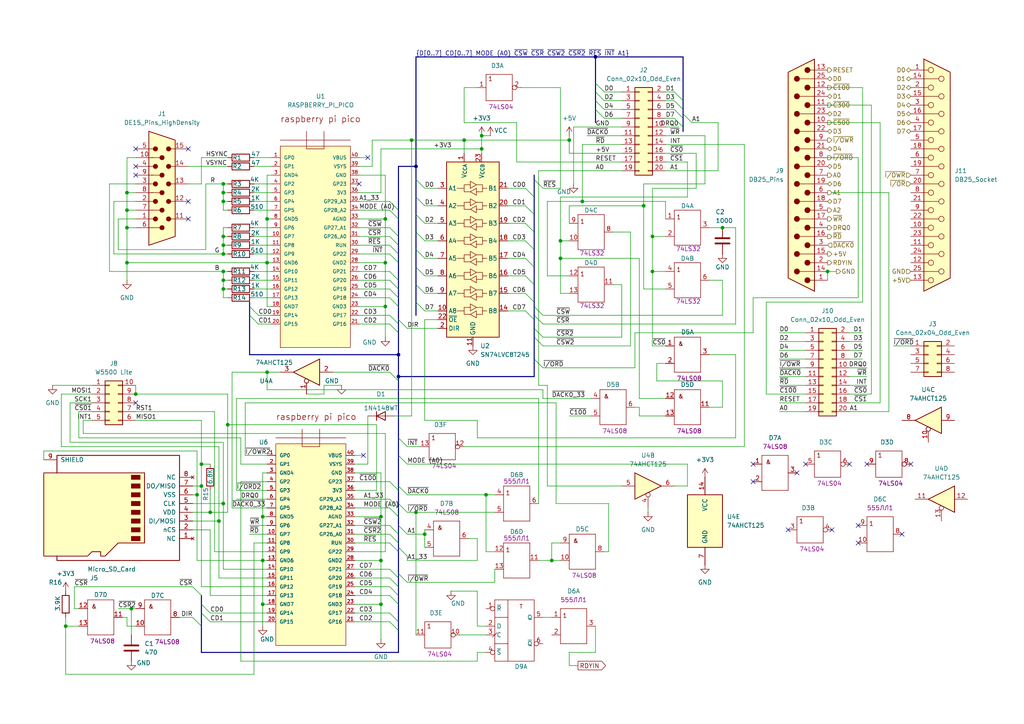
<source format=kicad_sch>
(kicad_sch (version 20250114) (generator "eeschema") (generator_version "9.0")
  (paper "A4")
  (title_block (date "2025-08-06") (rev "1.2"))
  (lib_symbols
    (symbol "74xx:74AHCT125" (pin_names (offset 1.016))
      (property "Reference" "U" (at 0 1.27 0))
      (property "Value" "74AHCT125" (at 0 -1.27 0))
      (symbol "74AHCT125_1_0"
        (pin input line (at -7.62 0 0) (length 3.81) (name "~") (number "2"))
        (pin input inverted (at 0 -6.35 90) (length 4.445) (name "~") (number "1"))
        (pin tri_state line (at 7.62 0 180) (length 3.81) (name "~") (number "3"))
      )
      (symbol "74AHCT125_2_0"
        (pin input line (at -7.62 0 0) (length 3.81) (name "~") (number "5"))
        (pin input inverted (at 0 -6.35 90) (length 4.445) (name "~") (number "4"))
        (pin tri_state line (at 7.62 0 180) (length 3.81) (name "~") (number "6"))
      )
      (symbol "74AHCT125_3_0"
        (pin input line (at -7.62 0 0) (length 3.81) (name "~") (number "9"))
        (pin input inverted (at 0 -6.35 90) (length 4.445) (name "~") (number "10"))
        (pin tri_state line (at 7.62 0 180) (length 3.81) (name "~") (number "8"))
      )
      (symbol "74AHCT125_4_0"
        (pin input line (at -7.62 0 0) (length 3.81) (name "~") (number "12"))
        (pin input inverted (at 0 -6.35 90) (length 4.445) (name "~") (number "13"))
        (pin tri_state line (at 7.62 0 180) (length 3.81) (name "~") (number "11"))
      )
      (symbol "74AHCT125_5_0"
        (pin power_in line (at 0 12.7 270) (length 5.08) (name "VCC") (number "14"))
        (pin power_in line (at 0 -12.7 90) (length 5.08) (name "GND") (number "7"))
      )
    )
    (symbol "Connector:DB25_Pins" (pin_names (offset 1.016) (hide yes))
      (property "Reference" "J" (at 0 34.29 0))
      (property "Value" "DB25_Pins" (at 0 -34.925 0))
      (symbol "DB25_Pins_1_1"
        (pin passive line (at -7.62 30.48 0) (length 3.81) (name "13") (number "13"))
        (pin passive line (at -7.62 27.94 0) (length 3.81) (name "P25") (number "25"))
        (pin passive line (at -7.62 25.4 0) (length 3.81) (name "12") (number "12"))
        (pin passive line (at -7.62 22.86 0) (length 3.81) (name "P24") (number "24"))
        (pin passive line (at -7.62 20.32 0) (length 3.81) (name "11") (number "11"))
        (pin passive line (at -7.62 17.78 0) (length 3.81) (name "P23") (number "23"))
        (pin passive line (at -7.62 15.24 0) (length 3.81) (name "10") (number "10"))
        (pin passive line (at -7.62 12.7 0) (length 3.81) (name "P22") (number "22"))
        (pin passive line (at -7.62 10.16 0) (length 3.81) (name "9") (number "9"))
        (pin passive line (at -7.62 7.62 0) (length 3.81) (name "P21") (number "21"))
        (pin passive line (at -7.62 5.08 0) (length 3.81) (name "8") (number "8"))
        (pin passive line (at -7.62 2.54 0) (length 3.81) (name "P20") (number "20"))
        (pin passive line (at -7.62 0 0) (length 3.81) (name "7") (number "7"))
        (pin passive line (at -7.62 -2.54 0) (length 3.81) (name "P19") (number "19"))
        (pin passive line (at -7.62 -5.08 0) (length 3.81) (name "6") (number "6"))
        (pin passive line (at -7.62 -7.62 0) (length 3.81) (name "P18") (number "18"))
        (pin passive line (at -7.62 -10.16 0) (length 3.81) (name "5") (number "5"))
        (pin passive line (at -7.62 -12.7 0) (length 3.81) (name "P17") (number "17"))
        (pin passive line (at -7.62 -15.24 0) (length 3.81) (name "4") (number "4"))
        (pin passive line (at -7.62 -17.78 0) (length 3.81) (name "P16") (number "16"))
        (pin passive line (at -7.62 -20.32 0) (length 3.81) (name "3") (number "3"))
        (pin passive line (at -7.62 -22.86 0) (length 3.81) (name "P15") (number "15"))
        (pin passive line (at -7.62 -25.4 0) (length 3.81) (name "2") (number "2"))
        (pin passive line (at -7.62 -27.94 0) (length 3.81) (name "P14") (number "14"))
        (pin passive line (at -7.62 -30.48 0) (length 3.81) (name "1") (number "1"))
      )
    )
    (symbol "Connector:DB25_Socket" (pin_names (offset 1.016) (hide yes))
      (property "Reference" "J" (at 0 34.29 0))
      (property "Value" "DB25_Socket" (at 0 -34.925 0))
      (symbol "DB25_Socket_1_1"
        (pin passive line (at -7.62 30.48 0) (length 3.81) (name "1") (number "1"))
        (pin passive line (at -7.62 27.94 0) (length 3.81) (name "P14") (number "14"))
        (pin passive line (at -7.62 25.4 0) (length 3.81) (name "2") (number "2"))
        (pin passive line (at -7.62 22.86 0) (length 3.81) (name "P15") (number "15"))
        (pin passive line (at -7.62 20.32 0) (length 3.81) (name "3") (number "3"))
        (pin passive line (at -7.62 17.78 0) (length 3.81) (name "P16") (number "16"))
        (pin passive line (at -7.62 15.24 0) (length 3.81) (name "4") (number "4"))
        (pin passive line (at -7.62 12.7 0) (length 3.81) (name "P17") (number "17"))
        (pin passive line (at -7.62 10.16 0) (length 3.81) (name "5") (number "5"))
        (pin passive line (at -7.62 7.62 0) (length 3.81) (name "P18") (number "18"))
        (pin passive line (at -7.62 5.08 0) (length 3.81) (name "6") (number "6"))
        (pin passive line (at -7.62 2.54 0) (length 3.81) (name "P19") (number "19"))
        (pin passive line (at -7.62 0 0) (length 3.81) (name "7") (number "7"))
        (pin passive line (at -7.62 -2.54 0) (length 3.81) (name "P20") (number "20"))
        (pin passive line (at -7.62 -5.08 0) (length 3.81) (name "8") (number "8"))
        (pin passive line (at -7.62 -7.62 0) (length 3.81) (name "P21") (number "21"))
        (pin passive line (at -7.62 -10.16 0) (length 3.81) (name "9") (number "9"))
        (pin passive line (at -7.62 -12.7 0) (length 3.81) (name "P22") (number "22"))
        (pin passive line (at -7.62 -15.24 0) (length 3.81) (name "10") (number "10"))
        (pin passive line (at -7.62 -17.78 0) (length 3.81) (name "P23") (number "23"))
        (pin passive line (at -7.62 -20.32 0) (length 3.81) (name "11") (number "11"))
        (pin passive line (at -7.62 -22.86 0) (length 3.81) (name "P24") (number "24"))
        (pin passive line (at -7.62 -25.4 0) (length 3.81) (name "12") (number "12"))
        (pin passive line (at -7.62 -27.94 0) (length 3.81) (name "P25") (number "25"))
        (pin passive line (at -7.62 -30.48 0) (length 3.81) (name "13") (number "13"))
      )
    )
    (symbol "Connector:DE15_Pins_HighDensity" (pin_names (offset 1.016) (hide yes))
      (property "Reference" "J" (at 0 21.59 0))
      (property "Value" "DE15_Pins_HighDensity" (at 0 19.05 0))
      (symbol "DE15_Pins_HighDensity_1_1"
        (pin passive line (at -7.62 12.7 0) (length 5.08) (name "~") (number "5"))
        (pin passive line (at -7.62 10.16 0) (length 5.08) (name "~") (number "10"))
        (pin passive line (at -7.62 7.62 0) (length 5.08) (name "~") (number "4"))
        (pin passive line (at -7.62 5.08 0) (length 5.08) (name "~") (number "9"))
        (pin passive line (at -7.62 2.54 0) (length 5.08) (name "~") (number "3"))
        (pin passive line (at -7.62 0 0) (length 5.08) (name "~") (number "8"))
        (pin passive line (at -7.62 -2.54 0) (length 5.08) (name "~") (number "2"))
        (pin passive line (at -7.62 -5.08 0) (length 5.08) (name "~") (number "7"))
        (pin passive line (at -7.62 -7.62 0) (length 5.08) (name "~") (number "1"))
        (pin passive line (at -7.62 -10.16 0) (length 5.08) (name "~") (number "6"))
        (pin passive line (at 7.62 12.7 180) (length 5.08) (name "~") (number "15"))
        (pin passive line (at 7.62 7.62 180) (length 5.08) (name "~") (number "14"))
        (pin passive line (at 7.62 2.54 180) (length 5.08) (name "~") (number "13"))
        (pin passive line (at 7.62 -2.54 180) (length 5.08) (name "~") (number "12"))
        (pin passive line (at 7.62 -7.62 180) (length 5.08) (name "~") (number "11"))
      )
    )
    (symbol "Connector:Micro_SD_Card" (pin_names (offset 1.016))
      (property "Reference" "J5" (at 0.635 19.05 0))
      (property "Value" "Micro_SD_Card" (at 0.635 16.51 0))
      (symbol "Micro_SD_Card_1_1"
        (pin no_connect line (at -22.86 7.62 0) (length 3.81) (name "NC") (number "1"))
        (pin input line (at -22.86 5.08 0) (length 3.81) (name "nCS") (number "2"))
        (pin input line (at -22.86 2.54 0) (length 3.81) (name "DI/MOSI") (number "3"))
        (pin power_in line (at -22.86 0 0) (length 3.81) (name "VDD") (number "4"))
        (pin input line (at -22.86 -2.54 0) (length 3.81) (name "CLK") (number "5"))
        (pin power_in line (at -22.86 -5.08 0) (length 3.81) (name "VSS") (number "6"))
        (pin output line (at -22.86 -7.62 0) (length 3.81) (name "DO/MISO") (number "7"))
        (pin no_connect line (at -22.86 -10.16 0) (length 3.81) (name "NC") (number "8"))
        (pin passive line (at 20.32 -15.24 180) (length 3.81) (name "SHIELD") (number "9"))
      )
    )
    (symbol "Connector_Generic:Conn_02x04_Odd_Even" (pin_names (offset 1.016) (hide yes))
      (property "Reference" "J" (at 1.27 5.08 0))
      (property "Value" "Conn_02x04_Odd_Even" (at 1.27 -7.62 0))
      (symbol "Conn_02x04_Odd_Even_1_1"
        (pin passive line (at -5.08 2.54 0) (length 3.81) (name "Pin_1") (number "1"))
        (pin passive line (at -5.08 0 0) (length 3.81) (name "Pin_3") (number "3"))
        (pin passive line (at -5.08 -2.54 0) (length 3.81) (name "Pin_5") (number "5"))
        (pin passive line (at -5.08 -5.08 0) (length 3.81) (name "Pin_7") (number "7"))
        (pin passive line (at 7.62 2.54 180) (length 3.81) (name "Pin_2") (number "2"))
        (pin passive line (at 7.62 0 180) (length 3.81) (name "Pin_4") (number "4"))
        (pin passive line (at 7.62 -2.54 180) (length 3.81) (name "Pin_6") (number "6"))
        (pin passive line (at 7.62 -5.08 180) (length 3.81) (name "Pin_8") (number "8"))
      )
    )
    (symbol "Connector_Generic:Conn_02x05_Counter_Clockwise" (pin_names (offset 1.016) (hide yes))
      (property "Reference" "J" (at 1.27 7.62 0))
      (property "Value" "Conn_02x05_Counter_Clockwise" (at 1.27 -7.62 0))
      (symbol "Conn_02x05_Counter_Clockwise_1_1"
        (pin passive line (at -5.08 5.08 0) (length 3.81) (name "Pin_1") (number "1"))
        (pin passive line (at -5.08 2.54 0) (length 3.81) (name "Pin_2") (number "2"))
        (pin passive line (at -5.08 0 0) (length 3.81) (name "Pin_3") (number "3"))
        (pin passive line (at -5.08 -2.54 0) (length 3.81) (name "Pin_4") (number "4"))
        (pin passive line (at -5.08 -5.08 0) (length 3.81) (name "Pin_5") (number "5"))
        (pin passive line (at 7.62 5.08 180) (length 3.81) (name "Pin_10") (number "10"))
        (pin passive line (at 7.62 2.54 180) (length 3.81) (name "Pin_9") (number "9"))
        (pin passive line (at 7.62 0 180) (length 3.81) (name "Pin_8") (number "8"))
        (pin passive line (at 7.62 -2.54 180) (length 3.81) (name "Pin_7") (number "7"))
        (pin passive line (at 7.62 -5.08 180) (length 3.81) (name "Pin_6") (number "6"))
      )
    )
    (symbol "Connector_Generic:Conn_02x10_Odd_Even" (pin_names (offset 1.016) (hide yes))
      (property "Reference" "J2" (at 1.27 16.51 0))
      (property "Value" "Conn_02x10_Odd_Even" (at 1.27 13.97 0))
      (symbol "Conn_02x10_Odd_Even_1_1"
        (pin passive line (at -5.08 10.16 0) (length 3.81) (name "Pin_1") (number "1"))
        (pin passive line (at -5.08 7.62 0) (length 3.81) (name "Pin_3") (number "3"))
        (pin passive line (at -5.08 5.08 0) (length 3.81) (name "Pin_5") (number "5"))
        (pin passive line (at -5.08 2.54 0) (length 3.81) (name "Pin_7") (number "7"))
        (pin power_out line (at -5.08 0 0) (length 3.81) (name "Pin_9") (number "9"))
        (pin passive line (at -5.08 -2.54 0) (length 3.81) (name "Pin_11") (number "11"))
        (pin passive line (at -5.08 -5.08 0) (length 3.81) (name "Pin_13") (number "13"))
        (pin power_out line (at -5.08 -7.62 0) (length 3.81) (name "Pin_15") (number "15"))
        (pin passive line (at -5.08 -10.16 0) (length 3.81) (name "Pin_17") (number "17"))
        (pin passive line (at -5.08 -12.7 0) (length 3.81) (name "Pin_19") (number "19"))
        (pin passive line (at 7.62 10.16 180) (length 3.81) (name "Pin_2") (number "2"))
        (pin passive line (at 7.62 7.62 180) (length 3.81) (name "Pin_4") (number "4"))
        (pin passive line (at 7.62 5.08 180) (length 3.81) (name "Pin_6") (number "6"))
        (pin passive line (at 7.62 2.54 180) (length 3.81) (name "Pin_8") (number "8"))
        (pin passive line (at 7.62 0 180) (length 3.81) (name "Pin_10") (number "10"))
        (pin passive line (at 7.62 -2.54 180) (length 3.81) (name "Pin_12") (number "12"))
        (pin passive line (at 7.62 -5.08 180) (length 3.81) (name "Pin_14") (number "14"))
        (pin passive line (at 7.62 -7.62 180) (length 3.81) (name "Pin_16") (number "16"))
        (pin passive line (at 7.62 -10.16 180) (length 3.81) (name "Pin_18") (number "18"))
        (pin passive line (at 7.62 -12.7 180) (length 3.81) (name "Pin_20") (number "20"))
      )
    )
    (symbol "Device:C" (pin_numbers (hide yes)) (pin_names (offset 0.254))
      (property "Reference" "C" (at 0.635 2.54 0))
      (property "Value" "C" (at 0.635 -2.54 0))
      (symbol "C_1_1"
        (pin passive line (at 0 3.81 270) (length 2.794) (name "~") (number "1"))
        (pin passive line (at 0 -3.81 90) (length 2.794) (name "~") (number "2"))
      )
    )
    (symbol "Device:R" (pin_numbers (hide yes)) (pin_names (offset 0))
      (property "Reference" "R" (at 2.032 0 90))
      (property "Value" "R" (at 0 0 90))
      (symbol "R_1_1"
        (pin passive line (at 0 3.81 270) (length 1.27) (name "~") (number "1"))
        (pin passive line (at 0 -3.81 90) (length 1.27) (name "~") (number "2"))
      )
    )
    (symbol "Diode:1N4148WT" (pin_numbers (hide yes)) (pin_names (hide yes))
      (property "Reference" "D" (at 0 2.54 0))
      (property "Value" "1N4148WT" (at 0 -2.54 0))
      (symbol "1N4148WT_1_1"
        (pin passive line (at -3.81 0 0) (length 2.54) (name "K") (number "1"))
        (pin passive line (at 3.81 0 180) (length 2.54) (name "A") (number "2"))
      )
    )
    (symbol "GND_1" (power) (pin_numbers (hide yes)) (pin_names (offset 0) (hide yes))
      (property "Value" "GND" (at 0 -3.81 0))
      (symbol "GND_1_1_1"
        (pin power_in line (at 0 0 270) (length 0) (name "~") (number "1"))
      )
    )
    (symbol "Logic_LevelTranslator:SN74LVC8T245"
      (property "Reference" "U" (at -6.35 27.94 0))
      (property "Value" "SN74LVC8T245" (at 3.81 27.94 0))
      (symbol "SN74LVC8T245_1_1"
        (pin bidirectional line (at -10.16 17.78 0) (length 2.54) (name "A1") (number "3"))
        (pin bidirectional line (at -10.16 12.7 0) (length 2.54) (name "A2") (number "4"))
        (pin bidirectional line (at -10.16 7.62 0) (length 2.54) (name "A3") (number "5"))
        (pin bidirectional line (at -10.16 2.54 0) (length 2.54) (name "A4") (number "6"))
        (pin bidirectional line (at -10.16 -2.54 0) (length 2.54) (name "A5") (number "7"))
        (pin bidirectional line (at -10.16 -7.62 0) (length 2.54) (name "A6") (number "8"))
        (pin bidirectional line (at -10.16 -12.7 0) (length 2.54) (name "A7") (number "9"))
        (pin bidirectional line (at -10.16 -17.78 0) (length 2.54) (name "A8") (number "10"))
        (pin input line (at -10.16 -20.32 0) (length 2.54) (name "~{OE}") (number "22"))
        (pin input line (at -10.16 -22.86 0) (length 2.54) (name "DIR") (number "2"))
        (pin power_in line (at -2.54 27.94 270) (length 2.54) (name "V_{CCA}") (number "1"))
        (pin power_in line (at 0 -27.94 90) (length 2.54) (name "GND") (number "11"))
        (pin passive line (at 0 -27.94 90) (length 2.54) (hide yes) (name "GND") (number "12"))
        (pin passive line (at 0 -27.94 90) (length 2.54) (hide yes) (name "GND") (number "13"))
        (pin power_in line (at 2.54 27.94 270) (length 2.54) (name "V_{CCB}") (number "23"))
        (pin passive line (at 2.54 27.94 270) (length 2.54) (hide yes) (name "V_{CCB}") (number "24"))
        (pin bidirectional line (at 10.16 17.78 180) (length 2.54) (name "B1") (number "21"))
        (pin bidirectional line (at 10.16 12.7 180) (length 2.54) (name "B2") (number "20"))
        (pin bidirectional line (at 10.16 7.62 180) (length 2.54) (name "B3") (number "19"))
        (pin bidirectional line (at 10.16 2.54 180) (length 2.54) (name "B4") (number "18"))
        (pin bidirectional line (at 10.16 -2.54 180) (length 2.54) (name "B5") (number "17"))
        (pin bidirectional line (at 10.16 -7.62 180) (length 2.54) (name "B6") (number "16"))
        (pin bidirectional line (at 10.16 -12.7 180) (length 2.54) (name "B7") (number "15"))
        (pin bidirectional line (at 10.16 -17.78 180) (length 2.54) (name "B8") (number "14"))
      )
    )
    (symbol "Pico-altium-import:root_0_133LA3_*"
      (property "Reference" "D14" (at 6.35 12.7 0))
      (property "ALTIUM_VALUE" "555ЛА3" (at 6.35 10.16 0))
      (symbol "root_0_133LA3_*_0_0"
        (pin power_in line (at 10.16 -7.62 90) (length 7.62) (hide yes) (name "GND") (number "7"))
        (pin power_in line (at 12.7 -7.62 90) (length 7.62) (hide yes) (name "VCC") (number "14"))
      )
      (symbol "root_0_133LA3_*_1_0"
        (text "&" (at 4.445 6.35 0) (effects (font (size 1.143 1.143)) (justify top)))
        (pin input line (at 0 5.08 0) (length 2.54) (name "A") (number "1"))
        (pin input line (at 0 0 0) (length 2.54) (name "B") (number "2"))
        (pin output inverted (at 12.7 2.54 180) (length 2.54) (name "Y") (number "3"))
      )
      (symbol "root_0_133LA3_*_2_0"
        (text "&" (at 4.445 6.35 0) (effects (font (size 1.143 1.143)) (justify top)))
        (pin input line (at 0 5.08 0) (length 2.54) (name "A") (number "4"))
        (pin input line (at 0 0 0) (length 2.54) (name "B") (number "5"))
        (pin output inverted (at 12.7 2.54 180) (length 2.54) (name "Y") (number "6"))
      )
      (symbol "root_0_133LA3_*_3_0"
        (text "&" (at 4.445 6.35 0) (effects (font (size 1.143 1.143)) (justify top)))
        (pin input line (at 0 5.08 0) (length 2.54) (name "A") (number "9"))
        (pin input line (at 0 0 0) (length 2.54) (name "B") (number "10"))
        (pin output inverted (at 12.7 2.54 180) (length 2.54) (name "Y") (number "8"))
      )
      (symbol "root_0_133LA3_*_4_0"
        (text "&" (at 4.445 6.35 0) (effects (font (size 1.143 1.143)) (justify top)))
        (pin input line (at 0 5.08 0) (length 2.54) (name "A") (number "12"))
        (pin input line (at 0 0 0) (length 2.54) (name "B") (number "13"))
        (pin output inverted (at 12.7 2.54 180) (length 2.54) (name "Y") (number "11"))
      )
    )
    (symbol "Pico-altium-import:root_0_133LI1_*"
      (property "Reference" "D5" (at 6.35 8.382 0))
      (property "ALTIUM_VALUE" "74LS08" (at 6.858 -5.08 0))
      (symbol "root_0_133LI1_*_0_0"
        (pin power_in line (at 10.16 -7.62 90) (length 7.62) (hide yes) (name "GND") (number "7"))
        (pin power_in line (at 12.7 -7.62 90) (length 7.62) (hide yes) (name "VCC") (number "14"))
      )
      (symbol "root_0_133LI1_*_1_0"
        (text "&" (at 4.445 6.35 0) (effects (font (size 1.143 1.143)) (justify top)))
        (pin input line (at 0 5.08 0) (length 2.54) (name "A") (number "1"))
        (pin input line (at 0 0 0) (length 2.54) (name "B") (number "2"))
        (pin output line (at 12.7 2.54 180) (length 2.54) (name "Y") (number "3"))
      )
      (symbol "root_0_133LI1_*_2_0"
        (text "&" (at 4.445 6.35 0) (effects (font (size 1.143 1.143)) (justify top)))
        (pin input line (at 0 5.08 0) (length 2.54) (name "A") (number "4"))
        (pin input line (at 0 0 0) (length 2.54) (name "B") (number "5"))
        (pin output line (at 12.7 2.54 180) (length 2.54) (name "Y") (number "6"))
      )
      (symbol "root_0_133LI1_*_3_0"
        (text "&" (at 4.445 6.35 0) (effects (font (size 1.143 1.143)) (justify top)))
        (pin input line (at 0 5.08 0) (length 2.54) (name "A") (number "9"))
        (pin input line (at 0 0 0) (length 2.54) (name "B") (number "10"))
        (pin output line (at 12.7 2.54 180) (length 2.54) (name "Y") (number "8"))
      )
      (symbol "root_0_133LI1_*_4_0"
        (text "&" (at 4.445 6.35 0) (effects (font (size 1.143 1.143)) (justify top)))
        (pin input line (at 0 5.08 0) (length 2.54) (name "A") (number "12"))
        (pin input line (at 0 0 0) (length 2.54) (name "B") (number "13"))
        (pin output line (at 12.7 2.54 180) (length 2.54) (name "Y") (number "11"))
      )
    )
    (symbol "Pico-altium-import:root_0_133LN1_*"
      (property "Reference" "D5" (at 6.35 7.62 0))
      (property "ALTIUM_VALUE" "555ЛН1" (at 6.35 5.08 0))
      (symbol "root_0_133LN1_*_0_0"
        (pin power_in line (at 10.16 -7.62 90) (length 7.62) (hide yes) (name "GND") (number "7"))
        (pin power_in line (at 12.7 -7.62 90) (length 7.62) (hide yes) (name "VCC") (number "14"))
      )
      (symbol "root_0_133LN1_*_1_0"
        (text "1" (at 3.81 2.54 0) (effects (font (size 1.27 1.27))))
        (pin input line (at 0 0 0) (length 2.54) (name "A") (number "1"))
        (pin output inverted (at 12.7 0 180) (length 2.54) (name "Y") (number "2"))
      )
      (symbol "root_0_133LN1_*_2_0"
        (text "1" (at 3.81 2.54 0) (effects (font (size 1.27 1.27))))
        (pin input line (at 0 0 0) (length 2.54) (name "A") (number "3"))
        (pin output inverted (at 12.7 0 180) (length 2.54) (name "Y") (number "4"))
      )
      (symbol "root_0_133LN1_*_3_0"
        (text "1" (at 3.81 2.54 0) (effects (font (size 1.27 1.27))))
        (pin input line (at 0 0 0) (length 2.54) (name "A") (number "5"))
        (pin output inverted (at 12.7 0 180) (length 2.54) (name "Y") (number "6"))
      )
      (symbol "root_0_133LN1_*_4_0"
        (text "1" (at 3.81 2.54 0) (effects (font (size 1.27 1.27))))
        (pin input line (at 0 0 0) (length 2.54) (name "A") (number "9"))
        (pin output inverted (at 12.7 0 180) (length 2.54) (name "Y") (number "8"))
      )
      (symbol "root_0_133LN1_*_5_0"
        (text "1" (at 3.81 2.54 0) (effects (font (size 1.27 1.27))))
        (pin input line (at 0 0 0) (length 2.54) (name "A") (number "11"))
        (pin output inverted (at 12.7 0 180) (length 2.54) (name "Y") (number "10"))
      )
      (symbol "root_0_133LN1_*_6_0"
        (text "1" (at 3.81 2.54 0) (effects (font (size 1.27 1.27))))
        (pin input line (at 0 0 0) (length 2.54) (name "A") (number "13"))
        (pin output inverted (at 12.7 0 180) (length 2.54) (name "Y") (number "12"))
      )
    )
    (symbol "RASPBERRY_PI_PICO-1:RASPBERRY_PI_PICO" (pin_names (offset 1.016))
      (property "Reference" "U1" (at 4.0971 38.1 0))
      (property "Value" "RASPBERRY_PI_PICO" (at 4.0971 35.56 0))
      (property "Footprint" "Module:RaspberryPi_Pico_Common_THT" (at 0 0 0))
      (symbol "RASPBERRY_PI_PICO_0_0"
        (text "raspberry pi pico" (at -7.62 30.48 0) (effects (font (size 1.778 1.778)) (justify left bottom)))
        (pin bidirectional line (at -10.16 20.32 0) (length 2.54) (name "GP0") (number "1"))
        (pin bidirectional line (at -10.16 17.78 0) (length 2.54) (name "GP1") (number "2"))
        (pin power_in line (at -10.16 15.24 0) (length 2.54) (name "GND4") (number "3"))
        (pin bidirectional line (at -10.16 12.7 0) (length 2.54) (name "GP2") (number "4"))
        (pin bidirectional line (at -10.16 10.16 0) (length 2.54) (name "GP3") (number "5"))
        (pin bidirectional line (at -10.16 7.62 0) (length 2.54) (name "GP4") (number "6"))
        (pin bidirectional line (at -10.16 5.08 0) (length 2.54) (name "GP5") (number "7"))
        (pin power_in line (at -10.16 2.54 0) (length 2.54) (name "GND5") (number "8"))
        (pin bidirectional line (at -10.16 0 0) (length 2.54) (name "GP6") (number "9"))
        (pin bidirectional line (at -10.16 -2.54 0) (length 2.54) (name "GP7") (number "10"))
        (pin bidirectional line (at -10.16 -5.08 0) (length 2.54) (name "GP8") (number "11"))
        (pin bidirectional line (at -10.16 -7.62 0) (length 2.54) (name "GP9") (number "12"))
        (pin power_in line (at -10.16 -10.16 0) (length 2.54) (name "GND6") (number "13"))
        (pin bidirectional line (at -10.16 -12.7 0) (length 2.54) (name "GP10") (number "14"))
        (pin bidirectional line (at -10.16 -15.24 0) (length 2.54) (name "GP11") (number "15"))
        (pin bidirectional line (at -10.16 -17.78 0) (length 2.54) (name "GP12") (number "16"))
        (pin bidirectional line (at -10.16 -20.32 0) (length 2.54) (name "GP13") (number "17"))
        (pin power_in line (at -10.16 -22.86 0) (length 2.54) (name "GND7") (number "18"))
        (pin bidirectional line (at -10.16 -25.4 0) (length 2.54) (name "GP14") (number "19"))
        (pin bidirectional line (at -10.16 -27.94 0) (length 2.54) (name "GP15") (number "20"))
        (pin bidirectional line (at 15.24 20.32 180) (length 2.54) (name "VBUS") (number "40"))
        (pin bidirectional line (at 15.24 17.78 180) (length 2.54) (name "VSYS") (number "39"))
        (pin power_in line (at 15.24 15.24 180) (length 2.54) (name "GND") (number "38"))
        (pin bidirectional line (at 15.24 12.7 180) (length 2.54) (name "GP23") (number "37"))
        (pin power_out line (at 15.24 10.16 180) (length 2.54) (name "3V3") (number "36"))
        (pin bidirectional line (at 15.24 7.62 180) (length 2.54) (name "GP29_A3") (number "35"))
        (pin bidirectional line (at 15.24 5.08 180) (length 2.54) (name "GP28_A2") (number "34"))
        (pin power_in line (at 15.24 2.54 180) (length 2.54) (name "AGND") (number "33"))
        (pin bidirectional line (at 15.24 0 180) (length 2.54) (name "GP27_A1") (number "32"))
        (pin bidirectional line (at 15.24 -2.54 180) (length 2.54) (name "GP26_A0") (number "31"))
        (pin bidirectional line (at 15.24 -5.08 180) (length 2.54) (name "RUN") (number "30"))
        (pin bidirectional line (at 15.24 -7.62 180) (length 2.54) (name "GP22") (number "29"))
        (pin power_in line (at 15.24 -10.16 180) (length 2.54) (name "GND2") (number "28"))
        (pin bidirectional line (at 15.24 -12.7 180) (length 2.54) (name "GP21") (number "27"))
        (pin bidirectional line (at 15.24 -15.24 180) (length 2.54) (name "GP20") (number "26"))
        (pin bidirectional line (at 15.24 -17.78 180) (length 2.54) (name "GP19") (number "25"))
        (pin bidirectional line (at 15.24 -20.32 180) (length 2.54) (name "GP18") (number "24"))
        (pin power_in line (at 15.24 -22.86 180) (length 2.54) (name "GND3") (number "23"))
        (pin bidirectional line (at 15.24 -25.4 180) (length 2.54) (name "GP17") (number "22"))
        (pin bidirectional line (at 15.24 -27.94 180) (length 2.54) (name "GP16") (number "21"))
      )
    )
    (symbol "RASPBERRY_PI_PICO_1" (pin_names (offset 1.016))
      (property "Reference" "U1" (at 4.0971 38.1 0))
      (property "Value" "RASPBERRY_PI_PICO" (at 4.0971 35.56 0))
      (property "Footprint" "Module:RaspberryPi_Pico_Common_THT" (at 0 0 0))
      (symbol "RASPBERRY_PI_PICO_1_0_0"
        (text "raspberry pi pico" (at -7.62 30.48 0) (effects (font (size 1.778 1.778)) (justify left bottom)))
        (pin bidirectional line (at -10.16 20.32 0) (length 2.54) (name "GP0") (number "1"))
        (pin bidirectional line (at -10.16 17.78 0) (length 2.54) (name "GP1") (number "2"))
        (pin power_in line (at -10.16 15.24 0) (length 2.54) (name "GND4") (number "3"))
        (pin bidirectional line (at -10.16 12.7 0) (length 2.54) (name "GP2") (number "4"))
        (pin bidirectional line (at -10.16 10.16 0) (length 2.54) (name "GP3") (number "5"))
        (pin bidirectional line (at -10.16 7.62 0) (length 2.54) (name "GP4") (number "6"))
        (pin bidirectional line (at -10.16 5.08 0) (length 2.54) (name "GP5") (number "7"))
        (pin power_in line (at -10.16 2.54 0) (length 2.54) (name "GND5") (number "8"))
        (pin bidirectional line (at -10.16 0 0) (length 2.54) (name "GP6") (number "9"))
        (pin bidirectional line (at -10.16 -2.54 0) (length 2.54) (name "GP7") (number "10"))
        (pin bidirectional line (at -10.16 -5.08 0) (length 2.54) (name "GP8") (number "11"))
        (pin bidirectional line (at -10.16 -7.62 0) (length 2.54) (name "GP9") (number "12"))
        (pin power_in line (at -10.16 -10.16 0) (length 2.54) (name "GND6") (number "13"))
        (pin bidirectional line (at -10.16 -12.7 0) (length 2.54) (name "GP10") (number "14"))
        (pin bidirectional line (at -10.16 -15.24 0) (length 2.54) (name "GP11") (number "15"))
        (pin bidirectional line (at -10.16 -17.78 0) (length 2.54) (name "GP12") (number "16"))
        (pin bidirectional line (at -10.16 -20.32 0) (length 2.54) (name "GP13") (number "17"))
        (pin power_in line (at -10.16 -22.86 0) (length 2.54) (name "GND7") (number "18"))
        (pin bidirectional line (at -10.16 -25.4 0) (length 2.54) (name "GP14") (number "19"))
        (pin bidirectional line (at -10.16 -27.94 0) (length 2.54) (name "GP15") (number "20"))
        (pin bidirectional line (at 15.24 20.32 180) (length 2.54) (name "VBUS") (number "40"))
        (pin power_in line (at 15.24 17.78 180) (length 2.54) (name "VSYS") (number "39"))
        (pin power_in line (at 15.24 15.24 180) (length 2.54) (name "GND") (number "38"))
        (pin bidirectional line (at 15.24 12.7 180) (length 2.54) (name "GP23") (number "37"))
        (pin power_out line (at 15.24 10.16 180) (length 2.54) (name "3V3") (number "36"))
        (pin bidirectional line (at 15.24 7.62 180) (length 2.54) (name "GP29_A3") (number "35"))
        (pin bidirectional line (at 15.24 5.08 180) (length 2.54) (name "GP28_A2") (number "34"))
        (pin power_in line (at 15.24 2.54 180) (length 2.54) (name "AGND") (number "33"))
        (pin bidirectional line (at 15.24 0 180) (length 2.54) (name "GP27_A1") (number "32"))
        (pin bidirectional line (at 15.24 -2.54 180) (length 2.54) (name "GP26_A0") (number "31"))
        (pin bidirectional line (at 15.24 -5.08 180) (length 2.54) (name "RUN") (number "30"))
        (pin bidirectional line (at 15.24 -7.62 180) (length 2.54) (name "GP22") (number "29"))
        (pin power_in line (at 15.24 -10.16 180) (length 2.54) (name "GND2") (number "28"))
        (pin bidirectional line (at 15.24 -12.7 180) (length 2.54) (name "GP21") (number "27"))
        (pin bidirectional line (at 15.24 -15.24 180) (length 2.54) (name "GP20") (number "26"))
        (pin bidirectional line (at 15.24 -17.78 180) (length 2.54) (name "GP19") (number "25"))
        (pin bidirectional line (at 15.24 -20.32 180) (length 2.54) (name "GP18") (number "24"))
        (pin power_in line (at 15.24 -22.86 180) (length 2.54) (name "GND3") (number "23"))
        (pin bidirectional line (at 15.24 -25.4 180) (length 2.54) (name "GP17") (number "22"))
        (pin bidirectional line (at 15.24 -27.94 180) (length 2.54) (name "GP16") (number "21"))
      )
    )
    (symbol "VGA_Sync-altium-import:root_0_74HC74N_*"
      (symbol "root_0_74HC74N_*_0_0"
        (pin power_in line (at 10.16 -7.62 90) (length 7.62) (hide yes) (name "GND") (number "7"))
        (pin power_in line (at 12.7 -7.62 90) (length 7.62) (hide yes) (name "VCC") (number "14"))
      )
      (symbol "root_0_74HC74N_*_1_0"
        (text "T" (at 10.16 0.635 0) (effects (font (size 1.143 1.143))))
        (pin input inverted (at 0 0 0) (length 2.54) (name "~{R}") (number "1"))
        (pin input line (at 0 -5.08 0) (length 2.54) (name "D") (number "2"))
        (pin input line (at 0 -7.62 0) (length 2.54) (name "C") (number "3"))
        (pin input inverted (at 0 -12.7 0) (length 2.54) (name "~{S}") (number "4"))
        (pin output line (at 16.51 -2.54 180) (length 2.54) (name "Q") (number "5"))
        (pin output inverted (at 16.51 -10.16 180) (length 2.54) (name "~{Q}") (number "6"))
      )
      (symbol "root_0_74HC74N_*_2_0"
        (text "T" (at 10.16 0.635 0) (effects (font (size 1.143 1.143))))
        (pin input inverted (at 0 0 0) (length 2.54) (name "~{R}") (number "13"))
        (pin input line (at 0 -5.08 0) (length 2.54) (name "D") (number "12"))
        (pin input line (at 0 -7.62 0) (length 2.54) (name "C") (number "11"))
        (pin input inverted (at 0 -12.7 0) (length 2.54) (name "~{S}") (number "10"))
        (pin output line (at 16.51 -2.54 180) (length 2.54) (name "Q") (number "9"))
        (pin output inverted (at 16.51 -10.16 180) (length 2.54) (name "~{Q}") (number "8"))
      )
    )
    (symbol "power:+3V3" (power) (pin_numbers (hide yes)) (pin_names (offset 0) (hide yes))
      (property "Value" "+3V3" (at 0 3.556 0))
      (symbol "+3V3_1_1"
        (pin power_in line (at 0 0 90) (length 0) (name "~") (number "1"))
      )
    )
    (symbol "power:+5V" (power) (pin_numbers (hide yes)) (pin_names (offset 0) (hide yes))
      (property "Value" "+5V" (at 0 3.556 0))
      (symbol "+5V_1_1"
        (pin power_in line (at 0 0 90) (length 0) (name "~") (number "1"))
      )
    )
    (symbol "power:GND" (power) (pin_numbers (hide yes)) (pin_names (offset 0) (hide yes))
      (property "Value" "GND" (at 0 -3.81 0))
      (symbol "GND_1_1"
        (pin power_in line (at 0 0 270) (length 0) (name "~") (number "1"))
      )
    )
    (symbol "power:VCC" (power) (pin_numbers (hide yes)) (pin_names (offset 0) (hide yes))
      (property "Value" "VCC" (at 0 3.556 0))
      (symbol "VCC_1_1"
        (pin power_in line (at 0 0 90) (length 0) (name "~") (number "1"))
      )
    )
    (symbol "root_0_133LI1_*_1"
      (property "Reference" "D5" (at 6.35 8.382 0))
      (property "ALTIUM_VALUE" "74LS08" (at 6.858 -5.08 0))
      (symbol "root_0_133LI1_*_1_0_0"
        (pin power_in line (at 10.16 -7.62 90) (length 7.62) (hide yes) (name "GND") (number "7"))
        (pin power_in line (at 12.7 -7.62 90) (length 7.62) (hide yes) (name "VCC") (number "14"))
      )
      (symbol "root_0_133LI1_*_1_1_0"
        (text "&" (at 4.445 6.35 0) (effects (font (size 1.143 1.143)) (justify top)))
        (pin input line (at 0 5.08 0) (length 2.54) (name "A") (number "1"))
        (pin input line (at 0 0 0) (length 2.54) (name "B") (number "2"))
        (pin output line (at 12.7 2.54 180) (length 2.54) (name "Y") (number "3"))
      )
      (symbol "root_0_133LI1_*_1_2_0"
        (text "&" (at 4.445 6.35 0) (effects (font (size 1.143 1.143)) (justify top)))
        (pin input line (at 0 5.08 0) (length 2.54) (name "A") (number "4"))
        (pin input line (at 0 0 0) (length 2.54) (name "B") (number "5"))
        (pin output line (at 12.7 2.54 180) (length 2.54) (name "Y") (number "6"))
      )
      (symbol "root_0_133LI1_*_1_3_0"
        (text "&" (at 4.445 6.35 0) (effects (font (size 1.143 1.143)) (justify top)))
        (pin input line (at 0 5.08 0) (length 2.54) (name "A") (number "9"))
        (pin input line (at 0 0 0) (length 2.54) (name "B") (number "10"))
        (pin output line (at 12.7 2.54 180) (length 2.54) (name "Y") (number "8"))
      )
      (symbol "root_0_133LI1_*_1_4_0"
        (text "&" (at 4.445 6.35 0) (effects (font (size 1.143 1.143)) (justify top)))
        (pin input line (at 0 5.08 0) (length 2.54) (name "A") (number "12"))
        (pin input line (at 0 0 0) (length 2.54) (name "B") (number "13"))
        (pin output line (at 12.7 2.54 180) (length 2.54) (name "Y") (number "11"))
      )
    )
    (symbol "root_0_133LI1_*_2"
      (property "Reference" "D5" (at 6.35 8.382 0))
      (property "ALTIUM_VALUE" "74LS08" (at 6.858 -5.08 0))
      (symbol "root_0_133LI1_*_2_0_0"
        (pin power_in line (at 10.16 -7.62 90) (length 7.62) (hide yes) (name "GND") (number "7"))
        (pin power_in line (at 12.7 -7.62 90) (length 7.62) (hide yes) (name "VCC") (number "14"))
      )
      (symbol "root_0_133LI1_*_2_1_0"
        (text "&" (at 4.445 6.35 0) (effects (font (size 1.143 1.143)) (justify top)))
        (pin input line (at 0 5.08 0) (length 2.54) (name "A") (number "1"))
        (pin input line (at 0 0 0) (length 2.54) (name "B") (number "2"))
        (pin output line (at 12.7 2.54 180) (length 2.54) (name "Y") (number "3"))
      )
      (symbol "root_0_133LI1_*_2_2_0"
        (text "&" (at 4.445 6.35 0) (effects (font (size 1.143 1.143)) (justify top)))
        (pin input line (at 0 5.08 0) (length 2.54) (name "A") (number "4"))
        (pin input line (at 0 0 0) (length 2.54) (name "B") (number "5"))
        (pin output line (at 12.7 2.54 180) (length 2.54) (name "Y") (number "6"))
      )
      (symbol "root_0_133LI1_*_2_3_0"
        (text "&" (at 4.445 6.35 0) (effects (font (size 1.143 1.143)) (justify top)))
        (pin input line (at 0 5.08 0) (length 2.54) (name "A") (number "9"))
        (pin input line (at 0 0 0) (length 2.54) (name "B") (number "10"))
        (pin output line (at 12.7 2.54 180) (length 2.54) (name "Y") (number "8"))
      )
      (symbol "root_0_133LI1_*_2_4_0"
        (text "&" (at 4.445 6.35 0) (effects (font (size 1.143 1.143)) (justify top)))
        (pin input line (at 0 5.08 0) (length 2.54) (name "A") (number "12"))
        (pin input line (at 0 0 0) (length 2.54) (name "B") (number "13"))
        (pin output line (at 12.7 2.54 180) (length 2.54) (name "Y") (number "11"))
      )
    )
    (symbol "root_0_133LI1_*_3"
      (property "Reference" "D5" (at 6.35 8.382 0))
      (property "ALTIUM_VALUE" "74LS08" (at 6.858 -5.08 0))
      (symbol "root_0_133LI1_*_3_0_0"
        (pin power_in line (at 10.16 -7.62 90) (length 7.62) (hide yes) (name "GND") (number "7"))
        (pin power_in line (at 12.7 -7.62 90) (length 7.62) (hide yes) (name "VCC") (number "14"))
      )
      (symbol "root_0_133LI1_*_3_1_0"
        (text "&" (at 4.445 6.35 0) (effects (font (size 1.143 1.143)) (justify top)))
        (pin input line (at 0 5.08 0) (length 2.54) (name "A") (number "1"))
        (pin input line (at 0 0 0) (length 2.54) (name "B") (number "2"))
        (pin output line (at 12.7 2.54 180) (length 2.54) (name "Y") (number "3"))
      )
      (symbol "root_0_133LI1_*_3_2_0"
        (text "&" (at 4.445 6.35 0) (effects (font (size 1.143 1.143)) (justify top)))
        (pin input line (at 0 5.08 0) (length 2.54) (name "A") (number "4"))
        (pin input line (at 0 0 0) (length 2.54) (name "B") (number "5"))
        (pin output line (at 12.7 2.54 180) (length 2.54) (name "Y") (number "6"))
      )
      (symbol "root_0_133LI1_*_3_3_0"
        (text "&" (at 4.445 6.35 0) (effects (font (size 1.143 1.143)) (justify top)))
        (pin input line (at 0 5.08 0) (length 2.54) (name "A") (number "9"))
        (pin input line (at 0 0 0) (length 2.54) (name "B") (number "10"))
        (pin output line (at 12.7 2.54 180) (length 2.54) (name "Y") (number "8"))
      )
      (symbol "root_0_133LI1_*_3_4_0"
        (text "&" (at 4.445 6.35 0) (effects (font (size 1.143 1.143)) (justify top)))
        (pin input line (at 0 5.08 0) (length 2.54) (name "A") (number "12"))
        (pin input line (at 0 0 0) (length 2.54) (name "B") (number "13"))
        (pin output line (at 12.7 2.54 180) (length 2.54) (name "Y") (number "11"))
      )
    )
    (symbol "root_0_133LL1_*_1"
      (property "Reference" "D4" (at 6.35 8.128 0))
      (property "ALTIUM_VALUE" "74LS32" (at 6.604 -4.318 0))
      (symbol "root_0_133LL1_*_1_0_0"
        (pin power_in line (at 10.16 -7.62 90) (length 7.62) (hide yes) (name "GND") (number "7"))
        (pin power_in line (at 12.7 -7.62 90) (length 7.62) (hide yes) (name "VCC") (number "14"))
      )
      (symbol "root_0_133LL1_*_1_1_0"
        (text "1" (at 3.81 6.35 0) (effects (font (size 1.27 1.27)) (justify top)))
        (pin input line (at 0 5.08 0) (length 2.54) (name "A") (number "1"))
        (pin input line (at 0 0 0) (length 2.54) (name "B") (number "2"))
        (pin output line (at 12.7 2.54 180) (length 2.54) (name "Y") (number "3"))
      )
      (symbol "root_0_133LL1_*_1_2_0"
        (text "1" (at 3.81 6.35 0) (effects (font (size 1.27 1.27)) (justify top)))
        (pin input line (at 0 5.08 0) (length 2.54) (name "A") (number "4"))
        (pin input line (at 0 0 0) (length 2.54) (name "B") (number "5"))
        (pin output line (at 12.7 2.54 180) (length 2.54) (name "Y") (number "6"))
      )
      (symbol "root_0_133LL1_*_1_3_0"
        (text "1" (at 3.81 6.35 0) (effects (font (size 1.27 1.27)) (justify top)))
        (pin input line (at 0 5.08 0) (length 2.54) (name "A") (number "9"))
        (pin input line (at 0 0 0) (length 2.54) (name "B") (number "10"))
        (pin output line (at 12.7 2.54 180) (length 2.54) (name "Y") (number "8"))
      )
      (symbol "root_0_133LL1_*_1_4_0"
        (text "1" (at 3.81 6.35 0) (effects (font (size 1.27 1.27)) (justify top)))
        (pin input line (at 0 5.08 0) (length 2.54) (name "A") (number "12"))
        (pin input line (at 0 0 0) (length 2.54) (name "B") (number "13"))
        (pin output line (at 12.7 2.54 180) (length 2.54) (name "Y") (number "11"))
      )
    )
    (symbol "root_0_133LL1_*_2"
      (property "Reference" "D4" (at 6.35 8.128 0))
      (property "ALTIUM_VALUE" "74LS32" (at 6.604 -4.318 0))
      (symbol "root_0_133LL1_*_2_0_0"
        (pin power_in line (at 10.16 -7.62 90) (length 7.62) (hide yes) (name "GND") (number "7"))
        (pin power_in line (at 12.7 -7.62 90) (length 7.62) (hide yes) (name "VCC") (number "14"))
      )
      (symbol "root_0_133LL1_*_2_1_0"
        (text "1" (at 3.81 6.35 0) (effects (font (size 1.27 1.27)) (justify top)))
        (pin input line (at 0 5.08 0) (length 2.54) (name "A") (number "1"))
        (pin input line (at 0 0 0) (length 2.54) (name "B") (number "2"))
        (pin output line (at 12.7 2.54 180) (length 2.54) (name "Y") (number "3"))
      )
      (symbol "root_0_133LL1_*_2_2_0"
        (text "1" (at 3.81 6.35 0) (effects (font (size 1.27 1.27)) (justify top)))
        (pin input line (at 0 5.08 0) (length 2.54) (name "A") (number "4"))
        (pin input line (at 0 0 0) (length 2.54) (name "B") (number "5"))
        (pin output line (at 12.7 2.54 180) (length 2.54) (name "Y") (number "6"))
      )
      (symbol "root_0_133LL1_*_2_3_0"
        (text "1" (at 3.81 6.35 0) (effects (font (size 1.27 1.27)) (justify top)))
        (pin input line (at 0 5.08 0) (length 2.54) (name "A") (number "9"))
        (pin input line (at 0 0 0) (length 2.54) (name "B") (number "10"))
        (pin output line (at 12.7 2.54 180) (length 2.54) (name "Y") (number "8"))
      )
      (symbol "root_0_133LL1_*_2_4_0"
        (text "1" (at 3.81 6.35 0) (effects (font (size 1.27 1.27)) (justify top)))
        (pin input line (at 0 5.08 0) (length 2.54) (name "A") (number "12"))
        (pin input line (at 0 0 0) (length 2.54) (name "B") (number "13"))
        (pin output line (at 12.7 2.54 180) (length 2.54) (name "Y") (number "11"))
      )
    )
    (symbol "root_0_133LL1_*_3"
      (property "Reference" "D4" (at 6.35 8.128 0))
      (property "ALTIUM_VALUE" "74LS32" (at 6.604 -4.318 0))
      (symbol "root_0_133LL1_*_3_0_0"
        (pin power_in line (at 10.16 -7.62 90) (length 7.62) (hide yes) (name "GND") (number "7"))
        (pin power_in line (at 12.7 -7.62 90) (length 7.62) (hide yes) (name "VCC") (number "14"))
      )
      (symbol "root_0_133LL1_*_3_1_0"
        (text "1" (at 3.81 6.35 0) (effects (font (size 1.27 1.27)) (justify top)))
        (pin input line (at 0 5.08 0) (length 2.54) (name "A") (number "1"))
        (pin input line (at 0 0 0) (length 2.54) (name "B") (number "2"))
        (pin output line (at 12.7 2.54 180) (length 2.54) (name "Y") (number "3"))
      )
      (symbol "root_0_133LL1_*_3_2_0"
        (text "1" (at 3.81 6.35 0) (effects (font (size 1.27 1.27)) (justify top)))
        (pin input line (at 0 5.08 0) (length 2.54) (name "A") (number "4"))
        (pin input line (at 0 0 0) (length 2.54) (name "B") (number "5"))
        (pin output line (at 12.7 2.54 180) (length 2.54) (name "Y") (number "6"))
      )
      (symbol "root_0_133LL1_*_3_3_0"
        (text "1" (at 3.81 6.35 0) (effects (font (size 1.27 1.27)) (justify top)))
        (pin input line (at 0 5.08 0) (length 2.54) (name "A") (number "9"))
        (pin input line (at 0 0 0) (length 2.54) (name "B") (number "10"))
        (pin output line (at 12.7 2.54 180) (length 2.54) (name "Y") (number "8"))
      )
      (symbol "root_0_133LL1_*_3_4_0"
        (text "1" (at 3.81 6.35 0) (effects (font (size 1.27 1.27)) (justify top)))
        (pin input line (at 0 5.08 0) (length 2.54) (name "A") (number "12"))
        (pin input line (at 0 0 0) (length 2.54) (name "B") (number "13"))
        (pin output line (at 12.7 2.54 180) (length 2.54) (name "Y") (number "11"))
      )
    )
    (symbol "root_0_133LL1_*_4"
      (property "Reference" "D4" (at 6.35 8.128 0))
      (property "ALTIUM_VALUE" "74LS32" (at 6.604 -4.318 0))
      (symbol "root_0_133LL1_*_4_0_0"
        (pin power_in line (at 10.16 -7.62 90) (length 7.62) (hide yes) (name "GND") (number "7"))
        (pin power_in line (at 12.7 -7.62 90) (length 7.62) (hide yes) (name "VCC") (number "14"))
      )
      (symbol "root_0_133LL1_*_4_1_0"
        (text "1" (at 3.81 6.35 0) (effects (font (size 1.27 1.27)) (justify top)))
        (pin input line (at 0 5.08 0) (length 2.54) (name "A") (number "1"))
        (pin input line (at 0 0 0) (length 2.54) (name "B") (number "2"))
        (pin output line (at 12.7 2.54 180) (length 2.54) (name "Y") (number "3"))
      )
      (symbol "root_0_133LL1_*_4_2_0"
        (text "1" (at 3.81 6.35 0) (effects (font (size 1.27 1.27)) (justify top)))
        (pin input line (at 0 5.08 0) (length 2.54) (name "A") (number "4"))
        (pin input line (at 0 0 0) (length 2.54) (name "B") (number "5"))
        (pin output line (at 12.7 2.54 180) (length 2.54) (name "Y") (number "6"))
      )
      (symbol "root_0_133LL1_*_4_3_0"
        (text "1" (at 3.81 6.35 0) (effects (font (size 1.27 1.27)) (justify top)))
        (pin input line (at 0 5.08 0) (length 2.54) (name "A") (number "9"))
        (pin input line (at 0 0 0) (length 2.54) (name "B") (number "10"))
        (pin output line (at 12.7 2.54 180) (length 2.54) (name "Y") (number "8"))
      )
      (symbol "root_0_133LL1_*_4_4_0"
        (text "1" (at 3.81 6.35 0) (effects (font (size 1.27 1.27)) (justify top)))
        (pin input line (at 0 5.08 0) (length 2.54) (name "A") (number "12"))
        (pin input line (at 0 0 0) (length 2.54) (name "B") (number "13"))
        (pin output line (at 12.7 2.54 180) (length 2.54) (name "Y") (number "11"))
      )
    )
    (symbol "root_0_133LN1_*_1"
      (property "Reference" "D3" (at 5.842 6.35 0))
      (property "ALTIUM_VALUE" "74LS04" (at 6.858 -5.588 0))
      (symbol "root_0_133LN1_*_1_0_0"
        (pin power_in line (at 10.16 -7.62 90) (length 7.62) (hide yes) (name "GND") (number "7"))
        (pin power_in line (at 12.7 -7.62 90) (length 7.62) (hide yes) (name "VCC") (number "14"))
      )
      (symbol "root_0_133LN1_*_1_1_0"
        (text "1" (at 3.81 2.54 0) (effects (font (size 1.27 1.27))))
        (pin input line (at 0 0 0) (length 2.54) (name "A") (number "1"))
        (pin output inverted (at 12.7 0 180) (length 2.54) (name "Y") (number "2"))
      )
      (symbol "root_0_133LN1_*_1_2_0"
        (text "1" (at 3.81 2.54 0) (effects (font (size 1.27 1.27))))
        (pin input line (at 0 0 0) (length 2.54) (name "A") (number "3"))
        (pin output inverted (at 12.7 0 180) (length 2.54) (name "Y") (number "4"))
      )
      (symbol "root_0_133LN1_*_1_3_0"
        (text "1" (at 3.81 2.54 0) (effects (font (size 1.27 1.27))))
        (pin input line (at 0 0 0) (length 2.54) (name "A") (number "5"))
        (pin output inverted (at 12.7 0 180) (length 2.54) (name "Y") (number "6"))
      )
      (symbol "root_0_133LN1_*_1_4_0"
        (text "1" (at 3.81 2.54 0) (effects (font (size 1.27 1.27))))
        (pin input line (at 0 0 0) (length 2.54) (name "A") (number "9"))
        (pin output inverted (at 12.7 0 180) (length 2.54) (name "Y") (number "8"))
      )
      (symbol "root_0_133LN1_*_1_5_0"
        (text "1" (at 3.81 2.54 0) (effects (font (size 1.27 1.27))))
        (pin input line (at 0 0 0) (length 2.54) (name "A") (number "11"))
        (pin output inverted (at 12.7 0 180) (length 2.54) (name "Y") (number "10"))
      )
      (symbol "root_0_133LN1_*_1_6_0"
        (text "1" (at 3.81 2.54 0) (effects (font (size 1.27 1.27))))
        (pin input line (at 0 0 0) (length 2.54) (name "A") (number "13"))
        (pin output inverted (at 12.7 0 180) (length 2.54) (name "Y") (number "12"))
      )
    )
    (symbol "root_0_133LN1_*_2"
      (property "Reference" "D3" (at 5.842 6.35 0))
      (property "ALTIUM_VALUE" "74LS04" (at 6.858 -5.588 0))
      (symbol "root_0_133LN1_*_2_0_0"
        (pin power_in line (at 10.16 -7.62 90) (length 7.62) (hide yes) (name "GND") (number "7"))
        (pin power_in line (at 12.7 -7.62 90) (length 7.62) (hide yes) (name "VCC") (number "14"))
      )
      (symbol "root_0_133LN1_*_2_1_0"
        (text "1" (at 3.81 2.54 0) (effects (font (size 1.27 1.27))))
        (pin input line (at 0 0 0) (length 2.54) (name "A") (number "1"))
        (pin output inverted (at 12.7 0 180) (length 2.54) (name "Y") (number "2"))
      )
      (symbol "root_0_133LN1_*_2_2_0"
        (text "1" (at 3.81 2.54 0) (effects (font (size 1.27 1.27))))
        (pin input line (at 0 0 0) (length 2.54) (name "A") (number "3"))
        (pin output inverted (at 12.7 0 180) (length 2.54) (name "Y") (number "4"))
      )
      (symbol "root_0_133LN1_*_2_3_0"
        (text "1" (at 3.81 2.54 0) (effects (font (size 1.27 1.27))))
        (pin input line (at 0 0 0) (length 2.54) (name "A") (number "5"))
        (pin output inverted (at 12.7 0 180) (length 2.54) (name "Y") (number "6"))
      )
      (symbol "root_0_133LN1_*_2_4_0"
        (text "1" (at 3.81 2.54 0) (effects (font (size 1.27 1.27))))
        (pin input line (at 0 0 0) (length 2.54) (name "A") (number "9"))
        (pin output inverted (at 12.7 0 180) (length 2.54) (name "Y") (number "8"))
      )
      (symbol "root_0_133LN1_*_2_5_0"
        (text "1" (at 3.81 2.54 0) (effects (font (size 1.27 1.27))))
        (pin input line (at 0 0 0) (length 2.54) (name "A") (number "11"))
        (pin output inverted (at 12.7 0 180) (length 2.54) (name "Y") (number "10"))
      )
      (symbol "root_0_133LN1_*_2_6_0"
        (text "1" (at 3.81 2.54 0) (effects (font (size 1.27 1.27))))
        (pin input line (at 0 0 0) (length 2.54) (name "A") (number "13"))
        (pin output inverted (at 12.7 0 180) (length 2.54) (name "Y") (number "12"))
      )
    )
    (symbol "root_0_133LN1_*_3"
      (property "Reference" "D3" (at 5.842 6.35 0))
      (property "ALTIUM_VALUE" "74LS04" (at 6.858 -5.588 0))
      (symbol "root_0_133LN1_*_3_0_0"
        (pin power_in line (at 10.16 -7.62 90) (length 7.62) (hide yes) (name "GND") (number "7"))
        (pin power_in line (at 12.7 -7.62 90) (length 7.62) (hide yes) (name "VCC") (number "14"))
      )
      (symbol "root_0_133LN1_*_3_1_0"
        (text "1" (at 3.81 2.54 0) (effects (font (size 1.27 1.27))))
        (pin input line (at 0 0 0) (length 2.54) (name "A") (number "1"))
        (pin output inverted (at 12.7 0 180) (length 2.54) (name "Y") (number "2"))
      )
      (symbol "root_0_133LN1_*_3_2_0"
        (text "1" (at 3.81 2.54 0) (effects (font (size 1.27 1.27))))
        (pin input line (at 0 0 0) (length 2.54) (name "A") (number "3"))
        (pin output inverted (at 12.7 0 180) (length 2.54) (name "Y") (number "4"))
      )
      (symbol "root_0_133LN1_*_3_3_0"
        (text "1" (at 3.81 2.54 0) (effects (font (size 1.27 1.27))))
        (pin input line (at 0 0 0) (length 2.54) (name "A") (number "5"))
        (pin output inverted (at 12.7 0 180) (length 2.54) (name "Y") (number "6"))
      )
      (symbol "root_0_133LN1_*_3_4_0"
        (text "1" (at 3.81 2.54 0) (effects (font (size 1.27 1.27))))
        (pin input line (at 0 0 0) (length 2.54) (name "A") (number "9"))
        (pin output inverted (at 12.7 0 180) (length 2.54) (name "Y") (number "8"))
      )
      (symbol "root_0_133LN1_*_3_5_0"
        (text "1" (at 3.81 2.54 0) (effects (font (size 1.27 1.27))))
        (pin input line (at 0 0 0) (length 2.54) (name "A") (number "11"))
        (pin output inverted (at 12.7 0 180) (length 2.54) (name "Y") (number "10"))
      )
      (symbol "root_0_133LN1_*_3_6_0"
        (text "1" (at 3.81 2.54 0) (effects (font (size 1.27 1.27))))
        (pin input line (at 0 0 0) (length 2.54) (name "A") (number "13"))
        (pin output inverted (at 12.7 0 180) (length 2.54) (name "Y") (number "12"))
      )
    )
    (symbol "root_0_133LN1_*_4"
      (property "Reference" "D3" (at 5.842 6.35 0))
      (property "ALTIUM_VALUE" "74LS04" (at 6.858 -5.588 0))
      (symbol "root_0_133LN1_*_4_0_0"
        (pin power_in line (at 10.16 -7.62 90) (length 7.62) (hide yes) (name "GND") (number "7"))
        (pin power_in line (at 12.7 -7.62 90) (length 7.62) (hide yes) (name "VCC") (number "14"))
      )
      (symbol "root_0_133LN1_*_4_1_0"
        (text "1" (at 3.81 2.54 0) (effects (font (size 1.27 1.27))))
        (pin input line (at 0 0 0) (length 2.54) (name "A") (number "1"))
        (pin output inverted (at 12.7 0 180) (length 2.54) (name "Y") (number "2"))
      )
      (symbol "root_0_133LN1_*_4_2_0"
        (text "1" (at 3.81 2.54 0) (effects (font (size 1.27 1.27))))
        (pin input line (at 0 0 0) (length 2.54) (name "A") (number "3"))
        (pin output inverted (at 12.7 0 180) (length 2.54) (name "Y") (number "4"))
      )
      (symbol "root_0_133LN1_*_4_3_0"
        (text "1" (at 3.81 2.54 0) (effects (font (size 1.27 1.27))))
        (pin input line (at 0 0 0) (length 2.54) (name "A") (number "5"))
        (pin output inverted (at 12.7 0 180) (length 2.54) (name "Y") (number "6"))
      )
      (symbol "root_0_133LN1_*_4_4_0"
        (text "1" (at 3.81 2.54 0) (effects (font (size 1.27 1.27))))
        (pin input line (at 0 0 0) (length 2.54) (name "A") (number "9"))
        (pin output inverted (at 12.7 0 180) (length 2.54) (name "Y") (number "8"))
      )
      (symbol "root_0_133LN1_*_4_5_0"
        (text "1" (at 3.81 2.54 0) (effects (font (size 1.27 1.27))))
        (pin input line (at 0 0 0) (length 2.54) (name "A") (number "11"))
        (pin output inverted (at 12.7 0 180) (length 2.54) (name "Y") (number "10"))
      )
      (symbol "root_0_133LN1_*_4_6_0"
        (text "1" (at 3.81 2.54 0) (effects (font (size 1.27 1.27))))
        (pin input line (at 0 0 0) (length 2.54) (name "A") (number "13"))
        (pin output inverted (at 12.7 0 180) (length 2.54) (name "Y") (number "12"))
      )
    )
    (symbol "root_0_133LN1_*_5"
      (property "Reference" "D3" (at 5.842 6.35 0))
      (property "ALTIUM_VALUE" "74LS04" (at 6.858 -5.588 0))
      (symbol "root_0_133LN1_*_5_0_0"
        (pin power_in line (at 10.16 -7.62 90) (length 7.62) (hide yes) (name "GND") (number "7"))
        (pin power_in line (at 12.7 -7.62 90) (length 7.62) (hide yes) (name "VCC") (number "14"))
      )
      (symbol "root_0_133LN1_*_5_1_0"
        (text "1" (at 3.81 2.54 0) (effects (font (size 1.27 1.27))))
        (pin input line (at 0 0 0) (length 2.54) (name "A") (number "1"))
        (pin output inverted (at 12.7 0 180) (length 2.54) (name "Y") (number "2"))
      )
      (symbol "root_0_133LN1_*_5_2_0"
        (text "1" (at 3.81 2.54 0) (effects (font (size 1.27 1.27))))
        (pin input line (at 0 0 0) (length 2.54) (name "A") (number "3"))
        (pin output inverted (at 12.7 0 180) (length 2.54) (name "Y") (number "4"))
      )
      (symbol "root_0_133LN1_*_5_3_0"
        (text "1" (at 3.81 2.54 0) (effects (font (size 1.27 1.27))))
        (pin input line (at 0 0 0) (length 2.54) (name "A") (number "5"))
        (pin output inverted (at 12.7 0 180) (length 2.54) (name "Y") (number "6"))
      )
      (symbol "root_0_133LN1_*_5_4_0"
        (text "1" (at 3.81 2.54 0) (effects (font (size 1.27 1.27))))
        (pin input line (at 0 0 0) (length 2.54) (name "A") (number "9"))
        (pin output inverted (at 12.7 0 180) (length 2.54) (name "Y") (number "8"))
      )
      (symbol "root_0_133LN1_*_5_5_0"
        (text "1" (at 3.81 2.54 0) (effects (font (size 1.27 1.27))))
        (pin input line (at 0 0 0) (length 2.54) (name "A") (number "11"))
        (pin output inverted (at 12.7 0 180) (length 2.54) (name "Y") (number "10"))
      )
      (symbol "root_0_133LN1_*_5_6_0"
        (text "1" (at 3.81 2.54 0) (effects (font (size 1.27 1.27))))
        (pin input line (at 0 0 0) (length 2.54) (name "A") (number "13"))
        (pin output inverted (at 12.7 0 180) (length 2.54) (name "Y") (number "12"))
      )
    )
    (symbol "root_0_133LN1_*_6"
      (property "Reference" "D3" (at 5.842 6.35 0))
      (property "ALTIUM_VALUE" "74LS04" (at 6.858 -5.588 0))
      (symbol "root_0_133LN1_*_6_0_0"
        (pin power_in line (at 10.16 -7.62 90) (length 7.62) (hide yes) (name "GND") (number "7"))
        (pin power_in line (at 12.7 -7.62 90) (length 7.62) (hide yes) (name "VCC") (number "14"))
      )
      (symbol "root_0_133LN1_*_6_1_0"
        (text "1" (at 3.81 2.54 0) (effects (font (size 1.27 1.27))))
        (pin input line (at 0 0 0) (length 2.54) (name "A") (number "1"))
        (pin output inverted (at 12.7 0 180) (length 2.54) (name "Y") (number "2"))
      )
      (symbol "root_0_133LN1_*_6_2_0"
        (text "1" (at 3.81 2.54 0) (effects (font (size 1.27 1.27))))
        (pin input line (at 0 0 0) (length 2.54) (name "A") (number "3"))
        (pin output inverted (at 12.7 0 180) (length 2.54) (name "Y") (number "4"))
      )
      (symbol "root_0_133LN1_*_6_3_0"
        (text "1" (at 3.81 2.54 0) (effects (font (size 1.27 1.27))))
        (pin input line (at 0 0 0) (length 2.54) (name "A") (number "5"))
        (pin output inverted (at 12.7 0 180) (length 2.54) (name "Y") (number "6"))
      )
      (symbol "root_0_133LN1_*_6_4_0"
        (text "1" (at 3.81 2.54 0) (effects (font (size 1.27 1.27))))
        (pin input line (at 0 0 0) (length 2.54) (name "A") (number "9"))
        (pin output inverted (at 12.7 0 180) (length 2.54) (name "Y") (number "8"))
      )
      (symbol "root_0_133LN1_*_6_5_0"
        (text "1" (at 3.81 2.54 0) (effects (font (size 1.27 1.27))))
        (pin input line (at 0 0 0) (length 2.54) (name "A") (number "11"))
        (pin output inverted (at 12.7 0 180) (length 2.54) (name "Y") (number "10"))
      )
      (symbol "root_0_133LN1_*_6_6_0"
        (text "1" (at 3.81 2.54 0) (effects (font (size 1.27 1.27))))
        (pin input line (at 0 0 0) (length 2.54) (name "A") (number "13"))
        (pin output inverted (at 12.7 0 180) (length 2.54) (name "Y") (number "12"))
      )
    )
  )
  (bus_alias "{/<NO NET>}" (members "/D[0..7]" "/CD[0..7]" "/~{INT}" "/MODE"))
  (junction (at 123.19 154.94))
  (junction (at 162.56 69.85))
  (junction (at 63.5 151.13))
  (junction (at 162.56 74.93))
  (junction (at 76.2 175.26))
  (junction (at 64.77 83.82))
  (junction (at 64.77 146.05))
  (junction (at 60.96 148.59))
  (junction (at 64.77 55.88))
  (junction (at 76.2 149.86))
  (junction (at 189.23 78.74))
  (junction (at 77.47 107.95))
  (junction (at 160.02 162.56))
  (junction (at 64.77 58.42))
  (junction (at 139.7 39.37))
  (junction (at 120.65 48.26))
  (junction (at 36.83 76.2))
  (junction (at 209.55 66.04))
  (junction (at 140.97 143.51))
  (junction (at 19.05 181.61))
  (junction (at 186.69 59.69))
  (junction (at 119.38 40.64))
  (junction (at 77.47 63.5))
  (junction (at 111.76 88.9))
  (junction (at 111.76 63.5))
  (junction (at 111.76 76.2))
  (junction (at 64.77 68.58))
  (junction (at 76.2 162.56))
  (junction (at 110.49 149.86))
  (junction (at 356.87 113.03))
  (junction (at 66.04 123.19))
  (junction (at 58.42 140.97))
  (junction (at 172.72 16.51))
  (junction (at 115.57 102.87))
  (junction (at 36.83 60.96))
  (junction (at 110.49 175.26))
  (junction (at 64.77 71.12))
  (junction (at 38.1 176.53))
  (junction (at 57.15 143.51))
  (junction (at 189.23 68.58))
  (junction (at 168.91 58.42))
  (junction (at 77.47 76.2))
  (junction (at 240.03 78.74))
  (junction (at 134.62 40.64))
  (junction (at 39.37 114.3))
  (junction (at 165.1 40.64))
  (junction (at 64.77 81.28))
  (junction (at 58.42 134.62))
  (junction (at 139.7 43.18))
  (junction (at 336.55 135.89))
  (junction (at 64.77 53.34))
  (junction (at 36.83 55.88))
  (junction (at 64.77 78.74))
  (junction (at 115.57 109.22))
  (junction (at 36.83 66.04))
  (junction (at 354.33 130.81))
  (junction (at 110.49 162.56))
  (junction (at 120.65 148.59))
  (junction (at 64.77 73.66))
  (no_connect (at 54.61 58.42))
  (no_connect (at 248.92 152.4))
  (no_connect (at 251.46 134.62))
  (no_connect (at 241.3 153.67))
  (no_connect (at 218.44 134.62))
  (no_connect (at 39.37 48.26))
  (no_connect (at 54.61 63.5))
  (no_connect (at 248.92 157.48))
  (no_connect (at 54.61 43.18))
  (no_connect (at 231.14 137.16))
  (no_connect (at 261.62 154.94))
  (no_connect (at 39.37 50.8))
  (no_connect (at 39.37 116.84))
  (no_connect (at 39.37 43.18))
  (no_connect (at 106.68 45.72))
  (no_connect (at 264.16 134.62))
  (no_connect (at 104.14 53.34))
  (no_connect (at 228.6 153.67))
  (no_connect (at 218.44 139.7))
  (no_connect (at 105.41 132.08))
  (no_connect (at 233.68 134.62))
  (no_connect (at 246.38 134.62))
  (bus_entry (at 113.03 165.1) (size 2.54 2.54))
  (bus_entry (at 115.57 166.37) (size 2.54 2.54))
  (bus_entry (at 152.4 59.69) (size 2.54 2.54))
  (bus_entry (at 113.03 66.04) (size 2.54 2.54))
  (bus_entry (at 113.03 144.78) (size 2.54 2.54))
  (bus_entry (at 113.03 78.74) (size 2.54 2.54))
  (bus_entry (at 154.94 95.25) (size 2.54 2.54))
  (bus_entry (at 152.4 74.93) (size 2.54 2.54))
  (bus_entry (at 154.94 97.79) (size 2.54 2.54))
  (bus_entry (at 115.57 63.5) (size -2.54 -2.54))
  (bus_entry (at 113.03 73.66) (size 2.54 2.54))
  (bus_entry (at 113.03 107.95) (size 2.54 2.54))
  (bus_entry (at 113.03 170.18) (size 2.54 2.54))
  (bus_entry (at 113.03 147.32) (size 2.54 2.54))
  (bus_entry (at 55.88 179.07) (size 2.54 2.54))
  (bus_entry (at 154.94 52.07) (size 2.54 2.54))
  (bus_entry (at 152.4 80.01) (size 2.54 2.54))
  (bus_entry (at 154.94 91.44) (size 2.54 2.54))
  (bus_entry (at 154.94 104.14) (size 2.54 2.54))
  (bus_entry (at 154.94 88.9) (size 2.54 2.54))
  (bus_entry (at 113.03 91.44) (size 2.54 2.54))
  (bus_entry (at 113.03 167.64) (size 2.54 2.54))
  (bus_entry (at 115.57 152.4) (size 2.54 2.54))
  (bus_entry (at 113.03 180.34) (size 2.54 2.54))
  (bus_entry (at 115.57 132.08) (size 2.54 2.54))
  (bus_entry (at 120.65 87.63) (size 2.54 2.54))
  (bus_entry (at 113.03 93.98) (size 2.54 2.54))
  (bus_entry (at 172.72 24.13) (size 2.54 2.54))
  (bus_entry (at 58.42 177.8) (size 2.54 2.54))
  (bus_entry (at 120.65 62.23) (size 2.54 2.54))
  (bus_entry (at 115.57 158.75) (size 2.54 2.54))
  (bus_entry (at 113.03 81.28) (size 2.54 2.54))
  (bus_entry (at 113.03 68.58) (size 2.54 2.54))
  (bus_entry (at 195.58 29.21) (size 2.54 2.54))
  (bus_entry (at 152.4 90.17) (size 2.54 2.54))
  (bus_entry (at 152.4 85.09) (size 2.54 2.54))
  (bus_entry (at 195.58 26.67) (size 2.54 2.54))
  (bus_entry (at 172.72 29.21) (size 2.54 2.54))
  (bus_entry (at 58.42 175.26) (size 2.54 2.54))
  (bus_entry (at 120.65 52.07) (size 2.54 2.54))
  (bus_entry (at 115.57 127) (size 2.54 2.54))
  (bus_entry (at 120.65 67.31) (size 2.54 2.54))
  (bus_entry (at 120.65 82.55) (size 2.54 2.54))
  (bus_entry (at 172.72 26.67) (size 2.54 2.54))
  (bus_entry (at 172.72 31.75) (size 2.54 2.54))
  (bus_entry (at 113.03 157.48) (size 2.54 2.54))
  (bus_entry (at 115.57 140.97) (size 2.54 2.54))
  (bus_entry (at 120.65 77.47) (size 2.54 2.54))
  (bus_entry (at 113.03 152.4) (size 2.54 2.54))
  (bus_entry (at 113.03 154.94) (size 2.54 2.54))
  (bus_entry (at 113.03 83.82) (size 2.54 2.54))
  (bus_entry (at 113.03 71.12) (size 2.54 2.54))
  (bus_entry (at 198.12 33.02) (size 2.54 2.54))
  (bus_entry (at 120.65 57.15) (size 2.54 2.54))
  (bus_entry (at 120.65 72.39) (size 2.54 2.54))
  (bus_entry (at 72.39 88.9) (size 2.54 2.54))
  (bus_entry (at 195.58 34.29) (size 2.54 2.54))
  (bus_entry (at 115.57 146.05) (size 2.54 2.54))
  (bus_entry (at 55.88 170.18) (size 2.54 2.54))
  (bus_entry (at 152.4 64.77) (size 2.54 2.54))
  (bus_entry (at 195.58 31.75) (size 2.54 2.54))
  (bus_entry (at 152.4 54.61) (size 2.54 2.54))
  (bus_entry (at 113.03 58.42) (size 2.54 2.54))
  (bus_entry (at 113.03 172.72) (size 2.54 2.54))
  (bus_entry (at 113.03 177.8) (size 2.54 2.54))
  (bus_entry (at 113.03 86.36) (size 2.54 2.54))
  (bus_entry (at 115.57 92.71) (size 2.54 2.54))
  (bus_entry (at 152.4 69.85) (size 2.54 2.54))
  (bus_entry (at 72.39 91.44) (size 2.54 2.54))
  (bus_entry (at 113.03 139.7) (size 2.54 2.54))
  (bus (pts (xy 120.65 57.15) (xy 120.65 52.07)))
  (wire (pts (xy 55.88 140.97) (xy 58.42 140.97)))
  (wire (pts (xy 102.87 152.4) (xy 113.03 152.4)))
  (wire (pts (xy 172.72 189.23) (xy 165.1 189.23)))
  (bus (pts (xy 154.94 87.63) (xy 154.94 88.9)))
  (wire (pts (xy 36.83 55.88) (xy 39.37 55.88)))
  (bus (pts (xy 115.57 158.75) (xy 115.57 160.02)))
  (wire (pts (xy 209.55 81.28) (xy 205.74 81.28)))
  (wire (pts (xy 372.11 152.4) (xy 394.97 152.4)))
  (wire (pts (xy 102.87 175.26) (xy 110.49 175.26)))
  (wire (pts (xy 73.66 73.66) (xy 78.74 73.66)))
  (wire (pts (xy 64.77 81.28) (xy 64.77 83.82)))
  (wire (pts (xy 57.15 162.56) (xy 76.2 162.56)))
  (bus (pts (xy 154.94 97.79) (xy 154.94 104.14)))
  (wire (pts (xy 77.47 107.95) (xy 77.47 113.03)))
  (bus (pts (xy 115.57 68.58) (xy 115.57 71.12)))
  (wire (pts (xy 359.41 167.64) (xy 354.33 167.64)))
  (wire (pts (xy 142.24 39.37) (xy 139.7 39.37)))
  (wire (pts (xy 189.23 68.58) (xy 193.04 68.58)))
  (wire (pts (xy 123.19 59.69) (xy 127 59.69)))
  (bus (pts (xy 198.12 34.29) (xy 198.12 36.83)))
  (wire (pts (xy 372.11 114.3) (xy 378.46 114.3)))
  (bus (pts (xy 115.57 147.32) (xy 115.57 146.05)))
  (wire (pts (xy 110.49 175.26) (xy 110.49 185.42)))
  (wire (pts (xy 331.47 113.03) (xy 356.87 113.03)))
  (wire (pts (xy 193.04 49.53) (xy 208.28 49.53)))
  (wire (pts (xy 34.29 63.5) (xy 34.29 72.39)))
  (wire (pts (xy 73.66 71.12) (xy 78.74 71.12)))
  (wire (pts (xy 250.19 96.52) (xy 246.38 96.52)))
  (wire (pts (xy 104.14 63.5) (xy 111.76 63.5)))
  (wire (pts (xy 60.96 148.59) (xy 66.04 148.59)))
  (wire (pts (xy 63.5 151.13) (xy 55.88 151.13)))
  (wire (pts (xy 109.22 142.24) (xy 109.22 123.19)))
  (wire (pts (xy 189.23 68.58) (xy 189.23 78.74)))
  (wire (pts (xy 104.14 91.44) (xy 113.03 91.44)))
  (wire (pts (xy 134.62 25.4) (xy 138.43 25.4)))
  (wire (pts (xy 246.38 119.38) (xy 257.81 119.38)))
  (wire (pts (xy 39.37 111.76) (xy 39.37 114.3)))
  (bus (pts (xy 115.57 109.22) (xy 154.94 109.22)))
  (wire (pts (xy 158.75 80.01) (xy 165.1 80.01)))
  (wire (pts (xy 77.47 76.2) (xy 78.74 76.2)))
  (bus (pts (xy 115.57 48.26) (xy 115.57 60.96)))
  (bus (pts (xy 115.57 160.02) (xy 115.57 166.37)))
  (wire (pts (xy 77.47 165.1) (xy 64.77 165.1)))
  (wire (pts (xy 165.1 44.45) (xy 180.34 44.45)))
  (bus (pts (xy 115.57 140.97) (xy 115.57 132.08)))
  (wire (pts (xy 193.04 105.41) (xy 190.5 105.41)))
  (wire (pts (xy 160.02 157.48) (xy 162.56 157.48)))
  (wire (pts (xy 36.83 45.72) (xy 36.83 55.88)))
  (wire (pts (xy 102.87 157.48) (xy 113.03 157.48)))
  (wire (pts (xy 102.87 144.78) (xy 113.03 144.78)))
  (wire (pts (xy 36.83 55.88) (xy 36.83 60.96)))
  (bus (pts (xy 115.57 142.24) (xy 115.57 146.05)))
  (wire (pts (xy 354.33 119.38) (xy 331.47 119.38)))
  (wire (pts (xy 356.87 149.86) (xy 356.87 113.03)))
  (wire (pts (xy 374.65 120.65) (xy 374.65 133.35)))
  (bus (pts (xy 120.65 91.44) (xy 120.65 87.63)))
  (wire (pts (xy 185.42 74.93) (xy 185.42 115.57)))
  (wire (pts (xy 111.76 76.2) (xy 111.76 88.9)))
  (wire (pts (xy 104.14 78.74) (xy 113.03 78.74)))
  (wire (pts (xy 193.04 58.42) (xy 193.04 63.5)))
  (wire (pts (xy 69.85 139.7) (xy 69.85 191.77)))
  (wire (pts (xy 102.87 180.34) (xy 113.03 180.34)))
  (wire (pts (xy 250.19 104.14) (xy 246.38 104.14)))
  (wire (pts (xy 64.77 128.27) (xy 64.77 146.05)))
  (bus (pts (xy 120.65 67.31) (xy 120.65 62.23)))
  (wire (pts (xy 77.47 167.64) (xy 63.5 167.64)))
  (wire (pts (xy 156.21 49.53) (xy 156.21 111.76)))
  (bus (pts (xy 115.57 182.88) (xy 115.57 189.23)))
  (bus (pts (xy 154.94 72.39) (xy 154.94 77.47)))
  (wire (pts (xy 374.65 170.18) (xy 374.65 158.75)))
  (wire (pts (xy 180.34 36.83) (xy 166.37 36.83)))
  (wire (pts (xy 31.75 78.74) (xy 64.77 78.74)))
  (wire (pts (xy 62.23 119.38) (xy 62.23 160.02)))
  (bus (pts (xy 172.72 29.21) (xy 172.72 31.75)))
  (wire (pts (xy 118.11 161.29) (xy 118.11 162.56)))
  (wire (pts (xy 162.56 57.15) (xy 199.39 57.15)))
  (wire (pts (xy 111.76 125.73) (xy 111.76 160.02)))
  (wire (pts (xy 24.13 125.73) (xy 111.76 125.73)))
  (bus (pts (xy 58.42 181.61) (xy 58.42 189.23)))
  (wire (pts (xy 76.2 149.86) (xy 77.47 149.86)))
  (wire (pts (xy 39.37 114.3) (xy 66.04 114.3)))
  (wire (pts (xy 76.2 181.61) (xy 76.2 175.26)))
  (bus (pts (xy 154.94 52.07) (xy 154.94 57.15)))
  (wire (pts (xy 157.48 54.61) (xy 162.56 54.61)))
  (bus (pts (xy 115.57 152.4) (xy 115.57 154.94)))
  (wire (pts (xy 165.1 40.64) (xy 134.62 40.64)))
  (wire (pts (xy 157.48 97.79) (xy 180.34 97.79)))
  (wire (pts (xy 175.26 29.21) (xy 180.34 29.21)))
  (wire (pts (xy 240.03 78.74) (xy 242.57 78.74)))
  (wire (pts (xy 123.19 121.92) (xy 138.43 121.92)))
  (wire (pts (xy 248.92 86.36) (xy 218.44 86.36)))
  (wire (pts (xy 73.66 157.48) (xy 77.47 157.48)))
  (wire (pts (xy 21.59 170.18) (xy 55.88 170.18)))
  (wire (pts (xy 104.14 73.66) (xy 113.03 73.66)))
  (wire (pts (xy 138.43 181.61) (xy 140.97 181.61)))
  (wire (pts (xy 190.5 105.41) (xy 190.5 110.49)))
  (wire (pts (xy 102.87 132.08) (xy 105.41 132.08)))
  (wire (pts (xy 52.07 179.07) (xy 55.88 179.07)))
  (wire (pts (xy 356.87 113.03) (xy 359.41 113.03)))
  (bus (pts (xy 115.57 127) (xy 115.57 132.08)))
  (bus (pts (xy 115.57 157.48) (xy 115.57 158.75)))
  (wire (pts (xy 204.47 53.34) (xy 186.69 53.34)))
  (wire (pts (xy 354.33 167.64) (xy 354.33 130.81)))
  (wire (pts (xy 176.53 160.02) (xy 176.53 146.05)))
  (wire (pts (xy 240.03 45.72) (xy 248.92 45.72)))
  (wire (pts (xy 118.11 168.91) (xy 143.51 168.91)))
  (wire (pts (xy 156.21 115.57) (xy 156.21 146.05)))
  (wire (pts (xy 64.77 83.82) (xy 66.04 83.82)))
  (wire (pts (xy 76.2 149.86) (xy 76.2 162.56)))
  (wire (pts (xy 143.51 160.02) (xy 140.97 160.02)))
  (wire (pts (xy 55.88 146.05) (xy 64.77 146.05)))
  (bus (pts (xy 120.65 52.07) (xy 120.65 48.26)))
  (wire (pts (xy 240.03 78.74) (xy 240.03 81.28)))
  (wire (pts (xy 149.86 35.56) (xy 134.62 35.56)))
  (wire (pts (xy 123.19 69.85) (xy 127 69.85)))
  (wire (pts (xy 34.29 63.5) (xy 39.37 63.5)))
  (wire (pts (xy 111.76 50.8) (xy 104.14 50.8)))
  (wire (pts (xy 67.31 147.32) (xy 77.47 147.32)))
  (bus (pts (xy 115.57 154.94) (xy 115.57 157.48)))
  (wire (pts (xy 189.23 68.58) (xy 189.23 54.61)))
  (bus (pts (xy 120.65 16.51) (xy 172.72 16.51)))
  (wire (pts (xy 336.55 124.46) (xy 336.55 135.89)))
  (wire (pts (xy 209.55 110.49) (xy 209.55 118.11)))
  (wire (pts (xy 257.81 55.88) (xy 257.81 119.38)))
  (wire (pts (xy 73.66 86.36) (xy 78.74 86.36)))
  (bus (pts (xy 120.65 87.63) (xy 120.65 82.55)))
  (wire (pts (xy 199.39 46.99) (xy 193.04 46.99)))
  (bus (pts (xy 154.94 91.44) (xy 154.94 92.71)))
  (wire (pts (xy 120.65 148.59) (xy 120.65 184.15)))
  (wire (pts (xy 215.9 41.91) (xy 215.9 129.54)))
  (wire (pts (xy 358.14 158.75) (xy 358.14 154.94)))
  (wire (pts (xy 336.55 172.72) (xy 336.55 135.89)))
  (wire (pts (xy 180.34 46.99) (xy 149.86 46.99)))
  (wire (pts (xy 161.29 146.05) (xy 176.53 146.05)))
  (wire (pts (xy 110.49 137.16) (xy 102.87 137.16)))
  (wire (pts (xy 60.96 172.72) (xy 60.96 153.67)))
  (wire (pts (xy 158.75 111.76) (xy 158.75 140.97)))
  (wire (pts (xy 55.88 148.59) (xy 60.96 148.59)))
  (wire (pts (xy 175.26 26.67) (xy 180.34 26.67)))
  (wire (pts (xy 73.66 78.74) (xy 78.74 78.74)))
  (wire (pts (xy 252.73 30.48) (xy 240.03 30.48)))
  (wire (pts (xy 19.05 195.58) (xy 73.66 195.58)))
  (wire (pts (xy 71.12 132.08) (xy 77.47 132.08)))
  (bus (pts (xy 198.12 31.75) (xy 198.12 33.02)))
  (wire (pts (xy 22.86 127) (xy 69.85 127)))
  (wire (pts (xy 102.87 160.02) (xy 111.76 160.02)))
  (bus (pts (xy 198.12 16.51) (xy 198.12 29.21)))
  (bus (pts (xy 115.57 167.64) (xy 115.57 170.18)))
  (wire (pts (xy 58.42 45.72) (xy 58.42 53.34)))
  (wire (pts (xy 39.37 121.92) (xy 58.42 121.92)))
  (wire (pts (xy 182.88 100.33) (xy 182.88 67.31)))
  (wire (pts (xy 138.43 189.23) (xy 138.43 191.77)))
  (wire (pts (xy 60.96 180.34) (xy 77.47 180.34)))
  (wire (pts (xy 119.38 40.64) (xy 134.62 40.64)))
  (wire (pts (xy 74.93 91.44) (xy 78.74 91.44)))
  (wire (pts (xy 111.76 63.5) (xy 111.76 50.8)))
  (wire (pts (xy 147.32 59.69) (xy 152.4 59.69)))
  (bus (pts (xy 72.39 91.44) (xy 72.39 102.87)))
  (wire (pts (xy 123.19 92.71) (xy 123.19 121.92)))
  (wire (pts (xy 204.47 39.37) (xy 204.47 53.34)))
  (wire (pts (xy 226.06 106.68) (xy 233.68 106.68)))
  (wire (pts (xy 77.47 113.03) (xy 157.48 113.03)))
  (wire (pts (xy 208.28 35.56) (xy 200.66 35.56)))
  (wire (pts (xy 226.06 96.52) (xy 233.68 96.52)))
  (wire (pts (xy 176.53 160.02) (xy 175.26 160.02)))
  (bus (pts (xy 154.94 62.23) (xy 154.94 67.31)))
  (wire (pts (xy 64.77 68.58) (xy 64.77 66.04)))
  (wire (pts (xy 21.59 170.18) (xy 21.59 176.53)))
  (bus (pts (xy 115.57 149.86) (xy 115.57 152.4)))
  (wire (pts (xy 123.19 80.01) (xy 127 80.01)))
  (wire (pts (xy 170.18 39.37) (xy 180.34 39.37)))
  (wire (pts (xy 68.58 142.24) (xy 68.58 115.57)))
  (wire (pts (xy 102.87 147.32) (xy 113.03 147.32)))
  (wire (pts (xy 74.93 93.98) (xy 78.74 93.98)))
  (wire (pts (xy 57.15 162.56) (xy 57.15 143.51)))
  (wire (pts (xy 138.43 189.23) (xy 140.97 189.23)))
  (wire (pts (xy 111.76 76.2) (xy 111.76 63.5)))
  (wire (pts (xy 246.38 116.84) (xy 255.27 116.84)))
  (wire (pts (xy 73.66 58.42) (xy 78.74 58.42)))
  (wire (pts (xy 64.77 78.74) (xy 66.04 78.74)))
  (wire (pts (xy 36.83 179.07) (xy 36.83 181.61)))
  (wire (pts (xy 26.67 116.84) (xy 20.32 116.84)))
  (wire (pts (xy 246.38 114.3) (xy 252.73 114.3)))
  (wire (pts (xy 139.7 43.18) (xy 139.7 44.45)))
  (wire (pts (xy 165.1 40.64) (xy 165.1 44.45)))
  (wire (pts (xy 60.96 148.59) (xy 60.96 142.24)))
  (wire (pts (xy 21.59 176.53) (xy 22.86 176.53)))
  (wire (pts (xy 104.14 55.88) (xy 110.49 55.88)))
  (bus (pts (xy 115.57 71.12) (xy 115.57 73.66)))
  (wire (pts (xy 189.23 54.61) (xy 201.93 54.61)))
  (wire (pts (xy 147.32 80.01) (xy 152.4 80.01)))
  (wire (pts (xy 147.32 64.77) (xy 152.4 64.77)))
  (wire (pts (xy 64.77 60.96) (xy 66.04 60.96)))
  (wire (pts (xy 64.77 58.42) (xy 66.04 58.42)))
  (wire (pts (xy 64.77 83.82) (xy 64.77 86.36)))
  (wire (pts (xy 78.74 88.9) (xy 77.47 88.9)))
  (wire (pts (xy 73.66 83.82) (xy 78.74 83.82)))
  (bus (pts (xy 58.42 189.23) (xy 115.57 189.23)))
  (wire (pts (xy 165.1 193.04) (xy 167.64 193.04)))
  (wire (pts (xy 140.97 143.51) (xy 140.97 160.02)))
  (wire (pts (xy 102.87 162.56) (xy 110.49 162.56)))
  (wire (pts (xy 139.7 43.18) (xy 110.49 43.18)))
  (wire (pts (xy 222.25 87.63) (xy 222.25 114.3)))
  (wire (pts (xy 64.77 71.12) (xy 66.04 71.12)))
  (bus (pts (xy 115.57 60.96) (xy 115.57 63.5)))
  (wire (pts (xy 73.66 81.28) (xy 78.74 81.28)))
  (wire (pts (xy 19.05 181.61) (xy 19.05 195.58)))
  (wire (pts (xy 104.14 45.72) (xy 106.68 45.72)))
  (wire (pts (xy 77.47 88.9) (xy 77.47 76.2)))
  (wire (pts (xy 102.87 149.86) (xy 110.49 149.86)))
  (bus (pts (xy 115.57 83.82) (xy 115.57 86.36)))
  (wire (pts (xy 63.5 129.54) (xy 63.5 151.13)))
  (wire (pts (xy 64.77 146.05) (xy 64.77 165.1)))
  (wire (pts (xy 104.14 76.2) (xy 111.76 76.2)))
  (wire (pts (xy 130.81 171.45) (xy 138.43 171.45)))
  (wire (pts (xy 54.61 48.26) (xy 66.04 48.26)))
  (wire (pts (xy 160.02 157.48) (xy 160.02 162.56)))
  (wire (pts (xy 59.69 72.39) (xy 59.69 53.34)))
  (wire (pts (xy 199.39 140.97) (xy 199.39 134.62)))
  (wire (pts (xy 218.44 86.36) (xy 218.44 96.52)))
  (wire (pts (xy 165.1 64.77) (xy 165.1 59.69)))
  (wire (pts (xy 359.41 172.72) (xy 336.55 172.72)))
  (wire (pts (xy 162.56 74.93) (xy 162.56 85.09)))
  (bus (pts (xy 115.57 48.26) (xy 120.65 48.26)))
  (wire (pts (xy 193.04 31.75) (xy 195.58 31.75)))
  (wire (pts (xy 165.1 189.23) (xy 165.1 193.04)))
  (wire (pts (xy 134.62 40.64) (xy 134.62 44.45)))
  (wire (pts (xy 64.77 73.66) (xy 66.04 73.66)))
  (wire (pts (xy 58.42 170.18) (xy 58.42 140.97)))
  (wire (pts (xy 123.19 154.94) (xy 123.19 158.75)))
  (wire (pts (xy 180.34 82.55) (xy 180.34 97.79)))
  (wire (pts (xy 38.1 176.53) (xy 38.1 184.15)))
  (bus (pts (xy 154.94 104.14) (xy 154.94 109.22)))
  (wire (pts (xy 201.93 54.61) (xy 201.93 44.45)))
  (bus (pts (xy 198.12 29.21) (xy 198.12 31.75)))
  (wire (pts (xy 222.25 114.3) (xy 233.68 114.3)))
  (wire (pts (xy 246.38 99.06) (xy 250.19 99.06)))
  (wire (pts (xy 36.83 76.2) (xy 77.47 76.2)))
  (wire (pts (xy 77.47 107.95) (xy 67.31 107.95)))
  (wire (pts (xy 162.56 69.85) (xy 162.56 74.93)))
  (bus (pts (xy 120.65 77.47) (xy 120.65 72.39)))
  (wire (pts (xy 213.36 102.87) (xy 213.36 127)))
  (wire (pts (xy 73.66 45.72) (xy 78.74 45.72)))
  (wire (pts (xy 68.58 144.78) (xy 77.47 144.78)))
  (bus (pts (xy 115.57 147.32) (xy 115.57 149.86)))
  (wire (pts (xy 120.65 148.59) (xy 143.51 148.59)))
  (wire (pts (xy 15.24 111.76) (xy 26.67 111.76)))
  (bus (pts (xy 58.42 172.72) (xy 58.42 175.26)))
  (wire (pts (xy 64.77 81.28) (xy 66.04 81.28)))
  (wire (pts (xy 64.77 55.88) (xy 64.77 58.42)))
  (wire (pts (xy 193.04 36.83) (xy 196.85 36.83)))
  (wire (pts (xy 73.66 48.26) (xy 78.74 48.26)))
  (bus (pts (xy 154.94 82.55) (xy 154.94 87.63)))
  (wire (pts (xy 190.5 110.49) (xy 209.55 110.49)))
  (wire (pts (xy 102.87 165.1) (xy 113.03 165.1)))
  (wire (pts (xy 127 92.71) (xy 123.19 92.71)))
  (wire (pts (xy 22.86 181.61) (xy 19.05 181.61)))
  (wire (pts (xy 168.91 58.42) (xy 193.04 58.42)))
  (wire (pts (xy 250.19 25.4) (xy 250.19 87.63)))
  (wire (pts (xy 359.41 130.81) (xy 354.33 130.81)))
  (bus (pts (xy 115.57 73.66) (xy 115.57 76.2)))
  (wire (pts (xy 93.98 111.76) (xy 99.06 111.76)))
  (wire (pts (xy 39.37 60.96) (xy 36.83 60.96)))
  (wire (pts (xy 17.78 114.3) (xy 17.78 129.54)))
  (wire (pts (xy 64.77 68.58) (xy 66.04 68.58)))
  (wire (pts (xy 143.51 168.91) (xy 143.51 165.1)))
  (wire (pts (xy 241.3 55.88) (xy 257.81 55.88)))
  (wire (pts (xy 77.47 175.26) (xy 76.2 175.26)))
  (wire (pts (xy 64.77 66.04) (xy 66.04 66.04)))
  (wire (pts (xy 158.75 140.97) (xy 180.34 140.97)))
  (wire (pts (xy 118.11 148.59) (xy 120.65 148.59)))
  (wire (pts (xy 102.87 172.72) (xy 113.03 172.72)))
  (wire (pts (xy 104.14 58.42) (xy 113.03 58.42)))
  (wire (pts (xy 110.49 162.56) (xy 110.49 149.86)))
  (wire (pts (xy 209.55 66.04) (xy 213.36 66.04)))
  (wire (pts (xy 226.06 119.38) (xy 233.68 119.38)))
  (wire (pts (xy 104.14 68.58) (xy 113.03 68.58)))
  (wire (pts (xy 157.48 113.03) (xy 157.48 115.57)))
  (wire (pts (xy 39.37 45.72) (xy 36.83 45.72)))
  (wire (pts (xy 193.04 34.29) (xy 195.58 34.29)))
  (wire (pts (xy 189.23 78.74) (xy 189.23 100.33)))
  (wire (pts (xy 182.88 67.31) (xy 177.8 67.31)))
  (wire (pts (xy 104.14 48.26) (xy 107.95 48.26)))
  (wire (pts (xy 58.42 53.34) (xy 54.61 53.34)))
  (bus (pts (xy 120.65 16.51) (xy 120.65 48.26)))
  (wire (pts (xy 226.06 99.06) (xy 233.68 99.06)))
  (wire (pts (xy 209.55 81.28) (xy 209.55 91.44)))
  (wire (pts (xy 64.77 58.42) (xy 64.77 60.96)))
  (wire (pts (xy 36.83 60.96) (xy 36.83 66.04)))
  (wire (pts (xy 226.06 111.76) (xy 233.68 111.76)))
  (wire (pts (xy 134.62 35.56) (xy 134.62 25.4)))
  (wire (pts (xy 67.31 107.95) (xy 67.31 147.32)))
  (bus (pts (xy 115.57 76.2) (xy 115.57 81.28)))
  (wire (pts (xy 147.32 69.85) (xy 152.4 69.85)))
  (wire (pts (xy 77.47 63.5) (xy 78.74 63.5)))
  (wire (pts (xy 33.02 73.66) (xy 33.02 58.42)))
  (wire (pts (xy 63.5 151.13) (xy 63.5 167.64)))
  (wire (pts (xy 62.23 160.02) (xy 77.47 160.02)))
  (bus (pts (xy 58.42 175.26) (xy 58.42 177.8)))
  (wire (pts (xy 59.69 53.34) (xy 64.77 53.34)))
  (wire (pts (xy 77.47 170.18) (xy 58.42 170.18)))
  (wire (pts (xy 156.21 162.56) (xy 160.02 162.56)))
  (wire (pts (xy 66.04 123.19) (xy 109.22 123.19)))
  (wire (pts (xy 110.49 43.18) (xy 110.49 55.88)))
  (wire (pts (xy 193.04 115.57) (xy 185.42 115.57)))
  (bus (pts (xy 72.39 87.63) (xy 72.39 88.9)))
  (bus (pts (xy 58.42 177.8) (xy 58.42 181.61)))
  (wire (pts (xy 39.37 119.38) (xy 62.23 119.38)))
  (wire (pts (xy 252.73 30.48) (xy 252.73 114.3)))
  (bus (pts (xy 115.57 88.9) (xy 115.57 92.71)))
  (wire (pts (xy 162.56 69.85) (xy 165.1 69.85)))
  (wire (pts (xy 195.58 140.97) (xy 199.39 140.97)))
  (bus (pts (xy 120.65 62.23) (xy 120.65 57.15)))
  (bus (pts (xy 115.57 170.18) (xy 115.57 172.72)))
  (wire (pts (xy 201.93 44.45) (xy 193.04 44.45)))
  (wire (pts (xy 73.66 195.58) (xy 73.66 157.48)))
  (wire (pts (xy 73.66 66.04) (xy 78.74 66.04)))
  (wire (pts (xy 147.32 90.17) (xy 152.4 90.17)))
  (wire (pts (xy 165.1 39.37) (xy 165.1 40.64)))
  (wire (pts (xy 36.83 179.07) (xy 35.56 179.07)))
  (wire (pts (xy 147.32 74.93) (xy 152.4 74.93)))
  (wire (pts (xy 12.7 130.81) (xy 57.15 130.81)))
  (wire (pts (xy 199.39 57.15) (xy 199.39 46.99)))
  (wire (pts (xy 187.96 147.32) (xy 187.96 148.59)))
  (bus (pts (xy 115.57 110.49) (xy 115.57 127)))
  (wire (pts (xy 118.11 162.56) (xy 138.43 162.56)))
  (bus (pts (xy 198.12 36.83) (xy 198.12 38.1)))
  (wire (pts (xy 147.32 54.61) (xy 152.4 54.61)))
  (wire (pts (xy 107.95 40.64) (xy 119.38 40.64)))
  (wire (pts (xy 26.67 114.3) (xy 17.78 114.3)))
  (wire (pts (xy 226.06 104.14) (xy 233.68 104.14)))
  (wire (pts (xy 102.87 167.64) (xy 113.03 167.64)))
  (wire (pts (xy 205.74 66.04) (xy 209.55 66.04)))
  (wire (pts (xy 158.75 58.42) (xy 158.75 80.01)))
  (wire (pts (xy 162.56 74.93) (xy 185.42 74.93)))
  (bus (pts (xy 154.94 92.71) (xy 154.94 95.25)))
  (wire (pts (xy 186.69 53.34) (xy 186.69 59.69)))
  (wire (pts (xy 246.38 106.68) (xy 251.46 106.68)))
  (wire (pts (xy 118.11 95.25) (xy 127 95.25)))
  (wire (pts (xy 68.58 142.24) (xy 77.47 142.24)))
  (wire (pts (xy 104.14 66.04) (xy 113.03 66.04)))
  (wire (pts (xy 77.47 172.72) (xy 60.96 172.72)))
  (wire (pts (xy 259.08 100.33) (xy 264.16 100.33)))
  (wire (pts (xy 110.49 162.56) (xy 110.49 175.26)))
  (wire (pts (xy 138.43 121.92) (xy 138.43 127)))
  (wire (pts (xy 208.28 35.56) (xy 208.28 49.53)))
  (wire (pts (xy 58.42 134.62) (xy 60.96 134.62)))
  (wire (pts (xy 255.27 35.56) (xy 240.03 35.56)))
  (wire (pts (xy 165.1 85.09) (xy 162.56 85.09)))
  (wire (pts (xy 134.62 129.54) (xy 215.9 129.54)))
  (wire (pts (xy 135.89 156.21) (xy 138.43 156.21)))
  (wire (pts (xy 58.42 45.72) (xy 66.04 45.72)))
  (wire (pts (xy 68.58 115.57) (xy 156.21 115.57)))
  (wire (pts (xy 185.42 118.11) (xy 185.42 120.65)))
  (wire (pts (xy 157.48 106.68) (xy 184.15 106.68)))
  (wire (pts (xy 177.8 82.55) (xy 180.34 82.55)))
  (wire (pts (xy 151.13 25.4) (xy 162.56 25.4)))
  (wire (pts (xy 138.43 171.45) (xy 138.43 181.61)))
  (wire (pts (xy 123.19 54.61) (xy 127 54.61)))
  (wire (pts (xy 77.47 137.16) (xy 76.2 137.16)))
  (wire (pts (xy 66.04 123.19) (xy 66.04 148.59)))
  (wire (pts (xy 123.19 64.77) (xy 127 64.77)))
  (wire (pts (xy 104.14 71.12) (xy 113.03 71.12)))
  (wire (pts (xy 34.29 72.39) (xy 59.69 72.39)))
  (wire (pts (xy 336.55 135.89) (xy 340.36 135.89)))
  (wire (pts (xy 157.48 93.98) (xy 213.36 93.98)))
  (bus (pts (xy 115.57 93.98) (xy 115.57 96.52)))
  (bus (pts (xy 115.57 63.5) (xy 115.57 68.58)))
  (wire (pts (xy 36.83 76.2) (xy 36.83 81.28)))
  (wire (pts (xy 104.14 60.96) (xy 113.03 60.96)))
  (wire (pts (xy 64.77 78.74) (xy 64.77 81.28)))
  (wire (pts (xy 149.86 46.99) (xy 149.86 35.56)))
  (wire (pts (xy 17.78 129.54) (xy 63.5 129.54)))
  (bus (pts (xy 198.12 33.02) (xy 198.12 34.29)))
  (wire (pts (xy 102.87 139.7) (xy 113.03 139.7)))
  (wire (pts (xy 359.41 113.03) (xy 359.41 111.76)))
  (wire (pts (xy 31.75 53.34) (xy 39.37 53.34)))
  (wire (pts (xy 226.06 116.84) (xy 233.68 116.84)))
  (wire (pts (xy 193.04 39.37) (xy 204.47 39.37)))
  (wire (pts (xy 102.87 170.18) (xy 113.03 170.18)))
  (bus (pts (xy 172.72 16.51) (xy 198.12 16.51)))
  (wire (pts (xy 138.43 156.21) (xy 138.43 162.56)))
  (bus (pts (xy 172.72 24.13) (xy 172.72 26.67)))
  (bus (pts (xy 120.65 82.55) (xy 120.65 77.47)))
  (wire (pts (xy 248.92 45.72) (xy 248.92 86.36)))
  (wire (pts (xy 33.02 73.66) (xy 64.77 73.66)))
  (wire (pts (xy 77.47 76.2) (xy 77.47 63.5)))
  (wire (pts (xy 73.66 55.88) (xy 78.74 55.88)))
  (bus (pts (xy 172.72 31.75) (xy 172.72 35.56)))
  (wire (pts (xy 69.85 191.77) (xy 138.43 191.77)))
  (wire (pts (xy 123.19 90.17) (xy 127 90.17)))
  (bus (pts (xy 115.57 109.22) (xy 115.57 110.49)))
  (wire (pts (xy 104.14 88.9) (xy 111.76 88.9)))
  (wire (pts (xy 175.26 31.75) (xy 180.34 31.75)))
  (wire (pts (xy 78.74 50.8) (xy 77.47 50.8)))
  (bus (pts (xy 72.39 88.9) (xy 72.39 91.44)))
  (wire (pts (xy 77.47 139.7) (xy 69.85 139.7)))
  (wire (pts (xy 69.85 134.62) (xy 77.47 134.62)))
  (wire (pts (xy 102.87 142.24) (xy 109.22 142.24)))
  (bus (pts (xy 120.65 72.39) (xy 120.65 67.31)))
  (wire (pts (xy 36.83 181.61) (xy 39.37 181.61)))
  (wire (pts (xy 140.97 143.51) (xy 143.51 143.51)))
  (wire (pts (xy 81.28 107.95) (xy 77.47 107.95)))
  (wire (pts (xy 24.13 121.92) (xy 24.13 125.73)))
  (wire (pts (xy 374.65 158.75) (xy 358.14 158.75)))
  (wire (pts (xy 73.66 53.34) (xy 78.74 53.34)))
  (wire (pts (xy 157.48 100.33) (xy 182.88 100.33)))
  (wire (pts (xy 26.67 121.92) (xy 24.13 121.92)))
  (wire (pts (xy 246.38 111.76) (xy 251.46 111.76)))
  (wire (pts (xy 193.04 26.67) (xy 195.58 26.67)))
  (bus (pts (xy 115.57 180.34) (xy 115.57 182.88)))
  (wire (pts (xy 55.88 143.51) (xy 57.15 143.51)))
  (wire (pts (xy 102.87 134.62) (xy 106.68 134.62)))
  (wire (pts (xy 118.11 143.51) (xy 140.97 143.51)))
  (wire (pts (xy 374.65 133.35) (xy 372.11 133.35)))
  (wire (pts (xy 391.16 114.3) (xy 394.97 114.3)))
  (wire (pts (xy 193.04 78.74) (xy 189.23 78.74)))
  (wire (pts (xy 160.02 162.56) (xy 162.56 162.56)))
  (wire (pts (xy 33.02 58.42) (xy 39.37 58.42)))
  (wire (pts (xy 110.49 149.86) (xy 110.49 137.16)))
  (wire (pts (xy 31.75 78.74) (xy 31.75 53.34)))
  (bus (pts (xy 115.57 167.64) (xy 115.57 166.37)))
  (wire (pts (xy 138.43 127) (xy 213.36 127)))
  (wire (pts (xy 359.41 149.86) (xy 356.87 149.86)))
  (wire (pts (xy 255.27 35.56) (xy 255.27 116.84)))
  (wire (pts (xy 372.11 170.18) (xy 374.65 170.18)))
  (bus (pts (xy 115.57 175.26) (xy 115.57 180.34)))
  (wire (pts (xy 77.47 50.8) (xy 77.47 63.5)))
  (wire (pts (xy 38.1 176.53) (xy 39.37 176.53)))
  (wire (pts (xy 119.38 40.64) (xy 119.38 120.65)))
  (wire (pts (xy 64.77 86.36) (xy 66.04 86.36)))
  (wire (pts (xy 76.2 175.26) (xy 76.2 162.56)))
  (bus (pts (xy 115.57 172.72) (xy 115.57 175.26)))
  (wire (pts (xy 123.19 74.93) (xy 127 74.93)))
  (wire (pts (xy 133.35 184.15) (xy 140.97 184.15)))
  (wire (pts (xy 147.32 85.09) (xy 152.4 85.09)))
  (bus (pts (xy 72.39 102.87) (xy 115.57 102.87)))
  (wire (pts (xy 64.77 73.66) (xy 64.77 71.12)))
  (bus (pts (xy 154.94 57.15) (xy 154.94 62.23)))
  (wire (pts (xy 118.11 154.94) (xy 123.19 154.94)))
  (bus (pts (xy 115.57 92.71) (xy 115.57 93.98)))
  (wire (pts (xy 64.77 53.34) (xy 64.77 55.88)))
  (wire (pts (xy 184.15 118.11) (xy 185.42 118.11)))
  (wire (pts (xy 168.91 41.91) (xy 168.91 58.42)))
  (wire (pts (xy 213.36 93.98) (xy 213.36 66.04)))
  (wire (pts (xy 189.23 100.33) (xy 193.04 100.33)))
  (wire (pts (xy 166.37 36.83) (xy 166.37 53.34)))
  (wire (pts (xy 119.38 120.65) (xy 114.3 120.65)))
  (wire (pts (xy 106.68 120.65) (xy 106.68 134.62)))
  (wire (pts (xy 226.06 109.22) (xy 233.68 109.22)))
  (wire (pts (xy 180.34 49.53) (xy 156.21 49.53)))
  (wire (pts (xy 123.19 153.67) (xy 123.19 154.94)))
  (wire (pts (xy 102.87 177.8) (xy 113.03 177.8)))
  (bus (pts (xy 115.57 81.28) (xy 115.57 83.82)))
  (wire (pts (xy 353.06 135.89) (xy 359.41 135.89)))
  (wire (pts (xy 34.29 176.53) (xy 38.1 176.53)))
  (wire (pts (xy 71.12 116.84) (xy 161.29 116.84)))
  (wire (pts (xy 104.14 93.98) (xy 113.03 93.98)))
  (wire (pts (xy 354.33 130.81) (xy 354.33 119.38)))
  (wire (pts (xy 240.03 25.4) (xy 250.19 25.4)))
  (wire (pts (xy 165.1 120.65) (xy 171.45 120.65)))
  (wire (pts (xy 139.7 39.37) (xy 139.7 43.18)))
  (wire (pts (xy 64.77 71.12) (xy 64.77 68.58)))
  (wire (pts (xy 76.2 137.16) (xy 76.2 149.86)))
  (wire (pts (xy 102.87 154.94) (xy 113.03 154.94)))
  (bus (pts (xy 172.72 26.67) (xy 172.72 29.21)))
  (wire (pts (xy 218.44 96.52) (xy 184.15 96.52)))
  (wire (pts (xy 250.19 101.6) (xy 246.38 101.6)))
  (wire (pts (xy 96.52 107.95) (xy 113.03 107.95)))
  (bus (pts (xy 154.94 50.8) (xy 154.94 52.07)))
  (wire (pts (xy 193.04 29.21) (xy 195.58 29.21)))
  (bus (pts (xy 115.57 102.87) (xy 115.57 109.22)))
  (wire (pts (xy 66.04 114.3) (xy 66.04 123.19)))
  (wire (pts (xy 359.41 120.65) (xy 374.65 120.65)))
  (wire (pts (xy 36.83 66.04) (xy 36.83 76.2)))
  (wire (pts (xy 184.15 96.52) (xy 184.15 106.68)))
  (wire (pts (xy 72.39 152.4) (xy 77.47 152.4)))
  (wire (pts (xy 64.77 55.88) (xy 66.04 55.88)))
  (wire (pts (xy 162.56 57.15) (xy 162.56 69.85)))
  (wire (pts (xy 162.56 54.61) (xy 162.56 25.4)))
  (wire (pts (xy 158.75 58.42) (xy 168.91 58.42)))
  (wire (pts (xy 156.21 111.76) (xy 158.75 111.76)))
  (wire (pts (xy 20.32 128.27) (xy 64.77 128.27)))
  (wire (pts (xy 186.69 59.69) (xy 186.69 83.82)))
  (wire (pts (xy 157.48 179.07) (xy 160.02 179.07)))
  (wire (pts (xy 205.74 102.87) (xy 213.36 102.87)))
  (wire (pts (xy 157.48 115.57) (xy 171.45 115.57)))
  (bus (pts (xy 115.57 140.97) (xy 115.57 142.24)))
  (wire (pts (xy 331.47 124.46) (xy 336.55 124.46)))
  (wire (pts (xy 60.96 177.8) (xy 77.47 177.8)))
  (wire (pts (xy 93.98 111.76) (xy 93.98 114.3)))
  (wire (pts (xy 359.41 116.84) (xy 359.41 120.65)))
  (bus (pts (xy 115.57 96.52) (xy 115.57 102.87)))
  (wire (pts (xy 58.42 134.62) (xy 58.42 140.97)))
  (wire (pts (xy 64.77 53.34) (xy 66.04 53.34)))
  (wire (pts (xy 22.86 119.38) (xy 22.86 127)))
  (wire (pts (xy 73.66 60.96) (xy 78.74 60.96)))
  (wire (pts (xy 157.48 91.44) (xy 209.55 91.44)))
  (wire (pts (xy 36.83 66.04) (xy 39.37 66.04)))
  (wire (pts (xy 209.55 118.11) (xy 205.74 118.11)))
  (bus (pts (xy 115.57 86.36) (xy 115.57 88.9)))
  (wire (pts (xy 226.06 101.6) (xy 233.68 101.6)))
  (wire (pts (xy 20.32 116.84) (xy 20.32 128.27)))
  (wire (pts (xy 358.14 154.94) (xy 359.41 154.94)))
  (wire (pts (xy 123.19 85.09) (xy 127 85.09)))
  (wire (pts (xy 107.95 48.26) (xy 107.95 40.64)))
  (wire (pts (xy 73.66 68.58) (xy 78.74 68.58)))
  (wire (pts (xy 161.29 116.84) (xy 161.29 146.05)))
  (wire (pts (xy 12.7 133.35) (xy 12.7 130.81)))
  (wire (pts (xy 186.69 83.82) (xy 193.04 83.82)))
  (wire (pts (xy 172.72 181.61) (xy 172.72 189.23)))
  (wire (pts (xy 193.04 41.91) (xy 215.9 41.91)))
  (wire (pts (xy 165.1 59.69) (xy 186.69 59.69)))
  (wire (pts (xy 19.05 179.07) (xy 19.05 181.61)))
  (wire (pts (xy 57.15 130.81) (xy 57.15 143.51)))
  (bus (pts (xy 154.94 95.25) (xy 154.94 97.79)))
  (wire (pts (xy 104.14 86.36) (xy 113.03 86.36)))
  (wire (pts (xy 199.39 134.62) (xy 118.11 134.62)))
  (bus (pts (xy 154.94 67.31) (xy 154.94 72.39)))
  (wire (pts (xy 111.76 88.9) (xy 111.76 97.79)))
  (bus (pts (xy 154.94 88.9) (xy 154.94 91.44)))
  (wire (pts (xy 185.42 120.65) (xy 193.04 120.65)))
  (wire (pts (xy 168.91 41.91) (xy 180.34 41.91)))
  (wire (pts (xy 26.67 119.38) (xy 22.86 119.38)))
  (bus (pts (xy 172.72 16.51) (xy 172.72 24.13)))
  (wire (pts (xy 58.42 121.92) (xy 58.42 134.62)))
  (wire (pts (xy 69.85 127) (xy 69.85 134.62)))
  (wire (pts (xy 250.19 87.63) (xy 222.25 87.63)))
  (wire (pts (xy 93.98 114.3) (xy 88.9 114.3)))
  (wire (pts (xy 71.12 116.84) (xy 71.12 132.08)))
  (wire (pts (xy 72.39 154.94) (xy 77.47 154.94)))
  (wire (pts (xy 246.38 109.22) (xy 251.46 109.22)))
  (wire (pts (xy 60.96 153.67) (xy 55.88 153.67)))
  (wire (pts (xy 121.92 129.54) (xy 118.11 129.54)))
  (wire (pts (xy 104.14 81.28) (xy 113.03 81.28)))
  (wire (pts (xy 175.26 34.29) (xy 180.34 34.29)))
  (wire (pts (xy 76.2 162.56) (xy 77.47 162.56)))
  (wire (pts (xy 104.14 83.82) (xy 113.03 83.82)))
  (bus (pts (xy 154.94 77.47) (xy 154.94 82.55)))
  (label "~{I/ORD2}" (at 68.58 142.24 0))
  (label "D6" (at 123.19 85.09 0))
  (label "~{INT}" (at 118.11 129.54 0))
  (label "MODE (A0)" (at 118.11 134.62 0))
  (label "~{CSR2}" (at 105.41 154.94 0))
  (label "~{CS0}" (at 189.23 100.33 0))
  (label "A0" (at 172.72 49.53 0))
  (label "D4" (at 123.19 74.93 0))
  (label "~{CSR}" (at 55.88 170.18 180))
  (label "~{CSR}" (at 106.68 68.58 0))
  (label "~{DACK0}" (at 113.03 107.95 180))
  (label "~{C100}" (at 165.1 120.65 0))
  (label "~{I/ORD}" (at 259.08 100.33 0))
  (label "~{I/OWR}" (at 118.11 168.91 0))
  (label "A1" (at 194.31 49.53 0))
  (label "D7" (at 250.19 104.14 180))
  (label "~{CSW2}" (at 161.29 100.33 0))
  (label "CD5" (at 148.59 80.01 0))
  (label "D7" (at 123.19 90.17 0))
  (label "CD2" (at 148.59 64.77 0))
  (label "CD0" (at 148.59 54.61 0))
  (label "~{I/ORD}" (at 118.11 148.59 0))
  (label "A1_33" (at 104.14 58.42 0))
  (label "~{RES}" (at 157.48 54.61 0))
  (label "CD1" (at 148.59 59.69 0))
  (label "D1" (at 250.19 96.52 180))
  (label "~{CSW}" (at 106.68 66.04 0))
  (label "VSYNC" (at 59.69 48.26 0))
  (label "~{CSW}" (at 161.29 91.44 0))
  (label "~{CSW2}" (at 105.41 152.4 0))
  (label "RST1" (at 39.37 119.38 0))
  (label "CD3" (at 105.41 91.44 0))
  (label "~{I/ORD}" (at 157.48 106.68 0))
  (label "~{CS0}" (at 194.31 44.45 0))
  (label "~{WR}" (at 251.46 109.22 180))
  (label "DIR" (at 118.11 95.25 0))
  (label "CD2" (at 104.14 180.34 0))
  (label "G" (at 62.23 73.66 0))
  (label "~{CS01}" (at 26.67 119.38 180))
  (label "CD1" (at 60.96 180.34 0))
  (label "D4" (at 175.26 31.75 0))
  (label "~{CS1}" (at 194.31 46.99 0))
  (label "~{RD}" (at 226.06 111.76 0))
  (label "B" (at 62.23 78.74 0))
  (label "~{DACK0_33}" (at 160.02 115.57 0))
  (label "D0" (at 175.26 26.67 0))
  (label "~{CSR}" (at 21.59 170.18 0))
  (label "CD4" (at 148.59 74.93 0))
  (label "D2" (at 175.26 29.21 0))
  (label "RESET" (at 226.06 116.84 0))
  (label "SCK1" (at 26.67 116.84 180))
  (label "~{RD}" (at 72.39 154.94 0))
  (label "D7" (at 193.04 34.29 0))
  (label "R" (at 60.96 53.34 0))
  (label "GND" (at 172.72 36.83 0))
  (label "CD4" (at 104.14 172.72 0))
  (label "MOSI1" (at 26.67 114.3 180))
  (label "CD4" (at 105.41 86.36 0))
  (label "D2" (at 123.19 64.77 0))
  (label "D3" (at 123.19 69.85 0))
  (label "D0" (at 226.06 96.52 0))
  (label "CD3" (at 148.59 69.85 0))
  (label "D6" (at 175.26 34.29 0))
  (label "~{CSR2}" (at 161.29 97.79 0))
  (label "MODE (A0)" (at 104.14 60.96 0))
  (label "~{C100}" (at 226.06 114.3 0))
  (label "~{I/OWR2}" (at 71.12 132.08 0))
  (label "D5" (at 193.04 31.75 0))
  (label "~{DACK0}" (at 118.11 143.51 0))
  (label "D1" (at 193.04 26.67 0))
  (label "D2" (at 226.06 99.06 0))
  (label "A1_33" (at 118.11 162.56 0))
  (label "D5" (at 250.19 101.6 180))
  (label "DRQ0" (at 196.85 36.83 180))
  (label "D3" (at 250.19 99.06 180))
  (label "~{DACK0}" (at 226.06 109.22 0))
  (label "A1" (at 246.38 119.38 0))
  (label "MODE (A0)" (at 105.41 147.32 0))
  (label "CD7" (at 105.41 78.74 0))
  (label "D1" (at 123.19 59.69 0))
  (label "~{RD}" (at 172.72 41.91 0))
  (label "CD3" (at 104.14 177.8 0))
  (label "D3" (at 193.04 29.21 0))
  (label "~{CSR}" (at 161.29 93.98 0))
  (label "D4" (at 226.06 101.6 0))
  (label "CD7" (at 148.59 90.17 0))
  (label "CD5" (at 105.41 83.82 0))
  (label "+5V" (at 172.72 44.45 0))
  (label "~{RES}" (at 106.68 71.12 0))
  (label "CD0" (at 74.93 91.44 0))
  (label "~{RES}" (at 105.41 157.48 0))
  (label "CD6" (at 105.41 81.28 0))
  (label "~{CS0}" (at 247.65 114.3 0))
  (label "~{WR}" (at 72.39 152.4 0))
  (label "D0" (at 123.19 54.61 0))
  (label "A1" (at 200.66 35.56 0))
  (label "~{CS1}" (at 247.65 116.84 0))
  (label "A1" (at 118.11 154.94 0))
  (label "CD6" (at 148.59 85.09 0))
  (label "~{C100}" (at 104.14 139.7 0))
  (label "CD5" (at 104.14 170.18 0))
  (label "D5" (at 123.19 80.01 0))
  (label "CD1" (at 74.93 93.98 0))
  (label "DRQ0" (at 69.85 144.78 0))
  (label "CD2" (at 105.41 93.98 0))
  (label "MISO1" (at 39.37 121.92 0))
  (label "~{CSR2}" (at 34.29 176.53 0))
  (label "HSYNC" (at 59.69 45.72 0))
  (label "~{DACK0_33}" (at 67.31 147.32 0))
  (label "~{INT}" (at 107.95 73.66 0))
  (label "INT1" (at 26.67 121.92 180))
  (label "A0" (at 226.06 119.38 0))
  (label "CD6" (at 104.14 167.64 0))
  (label "CD0" (at 60.96 177.8 0))
  (label "INT" (at 194.31 41.91 0))
  (label "~{WR}" (at 194.31 39.37 0))
  (label "~{DACK0}" (at 170.18 39.37 0))
  (label "{D[0..7] CD[0..7] MODE (A0) ~{CSW} ~{CSR} ~{CSW2} ~{CSR2} ~{RES} ~{INT} A1}" (at 120.65 16.51 0))
  (label "D6" (at 226.06 104.14 0))
  (label "DRQ0" (at 251.46 106.68 180))
  (label "+3V3" (at 125.73 43.18 0))
  (label "~{I/OWR}" (at 226.06 106.68 0))
  (label "DIR" (at 55.88 179.07 180))
  (label "INT" (at 251.46 111.76 180))
  (label "RESET" (at 172.72 46.99 0))
  (label "CD7" (at 104.14 165.1 0))
  (label "A1_33" (at 105.41 144.78 0))
  (global_label "Y0" (shape output) (at 394.97 114.3 0) (property "Intersheetrefs" "${INTERSHEET_REFS}" (effects (hide yes))))
  (global_label "B" (shape input) (at 331.47 119.38 180) (property "Intersheetrefs" "${INTERSHEET_REFS}" (effects (hide yes))))
  (global_label "A" (shape input) (at 331.47 113.03 180) (property "Intersheetrefs" "${INTERSHEET_REFS}" (effects (hide yes))))
  (global_label "Y1" (shape output) (at 394.97 152.4 0) (property "Intersheetrefs" "${INTERSHEET_REFS}" (effects (hide yes))))
  (global_label "C" (shape input) (at 331.47 124.46 180) (property "Intersheetrefs" "${INTERSHEET_REFS}" (effects (hide yes))))
  (global_label "RDYIN" (shape output) (at 167.64 193.04 0) (property "Intersheetrefs" "${INTERSHEET_REFS}" (effects (hide yes))))
  (hierarchical_label "RDYIN" (shape output) (at 240.03 76.2 0))
  (hierarchical_label "D6" (shape bidirectional) (at 240.03 53.34 0))
  (hierarchical_label "~{C500}" (shape output) (at 240.03 35.56 0))
  (hierarchical_label "D4" (shape bidirectional) (at 264.16 30.48 180))
  (hierarchical_label "D4" (shape bidirectional) (at 240.03 43.18 0))
  (hierarchical_label "D1" (shape bidirectional) (at 264.16 22.86 180))
  (hierarchical_label "D0" (shape bidirectional) (at 264.16 20.32 180))
  (hierarchical_label "D2" (shape bidirectional) (at 240.03 33.02 0))
  (hierarchical_label "~{C300}" (shape output) (at 240.03 30.48 0))
  (hierarchical_label "~{DACK0}" (shape input) (at 240.03 71.12 0))
  (hierarchical_label "A0" (shape output) (at 240.03 50.8 0))
  (hierarchical_label "D7" (shape bidirectional) (at 264.16 38.1 180))
  (hierarchical_label "D5" (shape bidirectional) (at 264.16 33.02 180))
  (hierarchical_label "GND" (shape output) (at 242.57 78.74 0))
  (hierarchical_label "RESET" (shape output) (at 240.03 20.32 0))
  (hierarchical_label "~{WR}" (shape output) (at 240.03 63.5 0))
  (hierarchical_label "~{I/ORD}" (shape output) (at 240.03 45.72 0))
  (hierarchical_label "~{I/OWR}" (shape input) (at 264.16 50.8 180))
  (hierarchical_label "A1" (shape output) (at 240.03 55.88 0))
  (hierarchical_label "D0" (shape bidirectional) (at 240.03 22.86 0))
  (hierarchical_label "A2" (shape output) (at 240.03 60.96 0))
  (hierarchical_label "D5" (shape bidirectional) (at 240.03 48.26 0))
  (hierarchical_label "~{C100}" (shape output) (at 240.03 25.4 0))
  (hierarchical_label "+5V" (shape output) (at 240.03 73.66 0))
  (hierarchical_label "D7" (shape bidirectional) (at 240.03 58.42 0))
  (hierarchical_label "GND" (shape input) (at 264.16 78.74 180))
  (hierarchical_label "DRQ0" (shape output) (at 240.03 66.04 0))
  (hierarchical_label "D3" (shape bidirectional) (at 240.03 38.1 0))
  (hierarchical_label "D3" (shape bidirectional) (at 264.16 27.94 180))
  (hierarchical_label "~{I/OR}" (shape input) (at 264.16 53.34 180))
  (hierarchical_label "D6" (shape bidirectional) (at 264.16 35.56 180))
  (hierarchical_label "~{RD}" (shape output) (at 240.03 68.58 0))
  (hierarchical_label "~{I/OWR}" (shape output) (at 240.03 40.64 0))
  (hierarchical_label "D1" (shape bidirectional) (at 240.03 27.94 0))
  (hierarchical_label "+5V" (shape input) (at 264.16 81.28 180))
  (hierarchical_label "D2" (shape bidirectional) (at 264.16 25.4 180))
  (symbol (lib_id "Device:R") (at 69.85 81.28 90) (unit 1)
    (property "Reference" "R12" (at 71.374 81.28 90) (effects (justify left)))
    (property "Value" "2K" (at 75.438 80.264 90) (effects (justify left)))
    (property "Footprint" "Resistor_THT:R_Axial_DIN0207_L6.3mm_D2.5mm_P5.08mm_Vertical" (effects (hide yes)))
    (property "Description" "Resistor" (effects (hide yes)))
  )
  (symbol (lib_name "root_0_133LL1_*_3") (lib_id "Pico-altium-import:root_0_133LL1_*") (at 165.1 69.85 0) (unit 3)
    (property "Reference" "D4" (at 171.45 61.722 0) (effects (justify bottom)))
    (property "Value" "`" (effects (hide yes)))
    (property "Footprint" "Package_DIP:DIP-14_W7.62mm" (effects (hide yes)))
    (property "Description" "Quadruple 2-Input Positive-OR Gates" (effects (hide yes)))
    (property "ALTIUM_VALUE" "74LS32" (at 171.704 74.168 0) (effects (justify bottom)))
    (property "DESCRIPTION" "Quadruple 2-Input Positive-OR Gates" (effects (hide yes)))
  )
  (symbol (lib_name "RASPBERRY_PI_PICO_1") (lib_id "RASPBERRY_PI_PICO-1:RASPBERRY_PI_PICO") (at 88.9 66.04 0) (unit 1)
    (property "Reference" "U1" (at 92.9971 27.94 0))
    (property "Value" "RASPBERRY_PI_PICO" (at 92.9971 30.48 0))
    (property "Footprint" "Module:RaspberryPi_Pico_Common_THT" (effects (hide yes)))
    (property "MF" "Raspberry Pi" (effects (hide yes)))
    (property "Description_1" "Raspberry Pi Board, Arm Cortex-M0+; Core Architecture:Arm; Core Sub-Architecture:Cortex-M0+; Kit Contents:Raspberry Pi Pico Board; No. Of Bits:32Bit; Silicon Core Number:Rp2040; Silicon Manufacturer:Raspberry Pi |Raspberry-Pi RASPBERRY PI PICO" (effects (hide yes)))
    (property "Package" "None" (effects (hide yes)))
    (property "Price" "None" (effects (hide yes)))
    (property "SnapEDA_Link" "https://www.snapeda.com/parts/RASPBERRY%20PI%20PICO/Raspberry+Pi/view-part/?ref=snap" (effects (hide yes)))
    (property "MP" "RASPBERRY PI PICO" (effects (hide yes)))
    (property "Availability" "Not in stock" (effects (hide yes)))
    (property "Check_prices" "https://www.snapeda.com/parts/RASPBERRY%20PI%20PICO/Raspberry+Pi/view-part/?ref=eda" (effects (hide yes)))
  )
  (symbol (lib_id "Pico-altium-import:root_0_133LA3_*") (at 359.41 116.84 0) (unit 1)
    (property "Reference" "D2" (at 365.76 104.14 0))
    (property "Value" "133LA3" (effects (hide yes)))
    (property "Footprint" "Package_DIP:DIP-14_W7.62mm" (effects (hide yes)))
    (property "Description" "Quadruple 2-Input Positive-NAND Gates" (effects (hide yes)))
    (property "ALTIUM_VALUE" "555ЛА3" (at 365.76 106.68 0))
  )
  (symbol (lib_id "Pico-altium-import:root_0_133LA3_*") (at 359.41 172.72 0) (unit 4)
    (property "Reference" "D2" (at 365.76 160.02 0))
    (property "Value" "133LA3" (effects (hide yes)))
    (property "Footprint" "Package_DIP:DIP-14_W7.62mm" (effects (hide yes)))
    (property "Description" "Quadruple 2-Input Positive-NAND Gates" (effects (hide yes)))
    (property "ALTIUM_VALUE" "555ЛА3" (at 365.76 162.56 0))
  )
  (symbol (lib_id "Pico-altium-import:root_0_133LA3_*") (at 359.41 154.94 0) (unit 3)
    (property "Reference" "D2" (at 365.76 142.24 0))
    (property "Value" "133LA3" (effects (hide yes)))
    (property "Footprint" "Package_DIP:DIP-14_W7.62mm" (effects (hide yes)))
    (property "Description" "Quadruple 2-Input Positive-NAND Gates" (effects (hide yes)))
    (property "ALTIUM_VALUE" "555ЛА3" (at 365.76 144.78 0))
  )
  (symbol (lib_name "root_0_133LN1_*_5") (lib_id "Pico-altium-import:root_0_133LN1_*") (at 251.46 134.62 0) (unit 4)
    (property "Reference" "D3" (at 257.302 128.27 0))
    (property "Value" "133LN1" (effects (hide yes)))
    (property "Footprint" "Package_DIP:DIP-14_W7.62mm" (effects (hide yes)))
    (property "Description" "Hex Schmitt-Trigger INVERTERS" (effects (hide yes)))
    (property "ALTIUM_VALUE" "74LS04" (at 258.318 140.208 0))
    (property "DESCRIPTION" "Hex Schmitt-Trigger INVERTERS" (effects (hide yes)))
  )
  (symbol (lib_id "Connector_Generic:Conn_02x10_Odd_Even") (at 185.42 36.83 0) (unit 1)
    (property "Reference" "J2" (at 186.69 20.32 0))
    (property "Value" "Conn_02x10_Odd_Even" (at 186.69 22.86 0))
    (property "Footprint" "Connector_PinHeader_2.54mm:PinHeader_2x10_P2.54mm_Vertical" (effects (hide yes)))
    (property "Description" "Generic connector, double row, 02x10, odd/even pin numbering scheme (row 1 odd numbers, row 2 even numbers), script generated (kicad-library-utils/schlib/autogen/connector/)" (effects (hide yes)))
  )
  (symbol (lib_id "Device:C") (at 209.55 69.85 0) (unit 1)
    (property "Reference" "C2" (at 207.518 61.468 0) (effects (justify left)))
    (property "Value" "1000" (at 207.518 64.008 0) (effects (justify left)))
    (property "Footprint" "Capacitor_THT:C_Rect_L7.0mm_W2.0mm_P5.00mm" (effects (hide yes)))
    (property "Description" "Unpolarized capacitor" (effects (hide yes)))
  )
  (symbol (lib_id "power:+5V") (at 165.1 39.37 0) (unit 1)
    (property "Reference" "#PWR03" (effects (hide yes)))
    (property "Value" "+5V" (at 165.1 34.29 0))
    (property "Description" "Power symbol creates a global label with name \"+5V\"" (effects (hide yes)))
  )
  (symbol (lib_id "Device:R") (at 69.85 55.88 90) (unit 1)
    (property "Reference" "R4" (at 70.104 55.88 90) (effects (justify left)))
    (property "Value" "2K" (at 75.438 54.864 90) (effects (justify left)))
    (property "Footprint" "Resistor_THT:R_Axial_DIN0207_L6.3mm_D2.5mm_P5.08mm_Vertical" (effects (hide yes)))
    (property "Description" "Resistor" (effects (hide yes)))
  )
  (symbol (lib_id "Pico-altium-import:root_0_133LN1_*") (at 340.36 135.89 0) (unit 1)
    (property "Reference" "D8" (at 346.71 127 0))
    (property "Value" "133LN1" (effects (hide yes)))
    (property "Footprint" "Package_DIP:DIP-14_W7.62mm" (effects (hide yes)))
    (property "Description" "Hex Schmitt-Trigger INVERTERS" (effects (hide yes)))
    (property "ALTIUM_VALUE" "555ЛН1" (at 346.71 129.54 0))
  )
  (symbol (lib_name "root_0_133LL1_*_4") (lib_id "Pico-altium-import:root_0_133LL1_*") (at 193.04 83.82 0) (unit 2)
    (property "Reference" "D4" (at 199.39 75.692 0) (effects (justify bottom)))
    (property "Value" "`" (effects (hide yes)))
    (property "Footprint" "Package_DIP:DIP-14_W7.62mm" (effects (hide yes)))
    (property "Description" "Quadruple 2-Input Positive-OR Gates" (effects (hide yes)))
    (property "ALTIUM_VALUE" "74LS32" (at 199.644 88.138 0) (effects (justify bottom)))
    (property "DESCRIPTION" "Quadruple 2-Input Positive-OR Gates" (effects (hide yes)))
  )
  (symbol (lib_id "Connector:DB25_Pins") (at 232.41 50.8 0) (mirror y) (unit 1)
    (property "Reference" "J9" (at 227.33 49.5299 0) (effects (justify left)))
    (property "Value" "DB25_Pins" (at 227.33 52.0699 0) (effects (justify left)))
    (property "Description" "25-pin D-SUB connector, pins (male)" (effects (hide yes)))
  )
  (symbol (lib_id "Device:R") (at 19.05 175.26 0) (mirror y) (unit 1)
    (property "Reference" "R16" (at 18.034 168.91 0) (effects (justify left)))
    (property "Value" "3.9K" (at 16.764 177.292 90) (effects (justify left)))
    (property "Footprint" "Resistor_THT:R_Axial_DIN0207_L6.3mm_D2.5mm_P5.08mm_Vertical" (effects (hide yes)))
    (property "Description" "Resistor" (effects (hide yes)))
  )
  (symbol (lib_id "power:GND") (at 38.1 191.77 0) (unit 1)
    (property "Reference" "#PWR012" (effects (hide yes)))
    (property "Value" "GND" (at 41.656 192.278 0))
    (property "Description" "Power symbol creates a global label with name \"GND\" , ground" (effects (hide yes)))
  )
  (symbol (lib_id "RASPBERRY_PI_PICO-1:RASPBERRY_PI_PICO") (at 87.63 152.4 0) (unit 1)
    (property "Reference" "U6" (at 76.454 128.27 0))
    (property "Value" "RASPBERRY_PI_PICO" (effects (hide yes)))
    (property "Footprint" "Module:RaspberryPi_Pico_Common_THT" (effects (hide yes)))
    (property "MF" "Raspberry Pi" (effects (hide yes)))
    (property "Description_1" "Raspberry Pi Board, Arm Cortex-M0+; Core Architecture:Arm; Core Sub-Architecture:Cortex-M0+; Kit Contents:Raspberry Pi Pico Board; No. Of Bits:32Bit; Silicon Core Number:Rp2040; Silicon Manufacturer:Raspberry Pi |Raspberry-Pi RASPBERRY PI PICO" (effects (hide yes)))
    (property "Package" "None" (effects (hide yes)))
    (property "Price" "None" (effects (hide yes)))
    (property "SnapEDA_Link" "https://www.snapeda.com/parts/RASPBERRY%20PI%20PICO/Raspberry+Pi/view-part/?ref=snap" (effects (hide yes)))
    (property "MP" "RASPBERRY PI PICO" (effects (hide yes)))
    (property "Availability" "Not in stock" (effects (hide yes)))
    (property "Check_prices" "https://www.snapeda.com/parts/RASPBERRY%20PI%20PICO/Raspberry+Pi/view-part/?ref=eda" (effects (hide yes)))
  )
  (symbol (lib_id "power:GND") (at 110.49 185.42 0) (unit 1)
    (property "Reference" "#PWR05" (effects (hide yes)))
    (property "Value" "GND" (at 110.49 190.5 0))
    (property "Description" "Power symbol creates a global label with name \"GND\" , ground" (effects (hide yes)))
  )
  (symbol (lib_id "Device:R") (at 69.85 45.72 90) (unit 1)
    (property "Reference" "R1" (at 70.104 45.72 90) (effects (justify left)))
    (property "Value" "47" (at 75.438 44.704 90) (effects (justify left)))
    (property "Footprint" "Resistor_THT:R_Axial_DIN0207_L6.3mm_D2.5mm_P5.08mm_Vertical" (effects (hide yes)))
    (property "Description" "Resistor" (effects (hide yes)))
  )
  (symbol (lib_name "GND_1") (lib_id "power:GND") (at 36.83 81.28 0) (unit 1)
    (property "Reference" "#PWR01" (effects (hide yes)))
    (property "Value" "GND" (at 36.83 86.36 0))
    (property "Description" "Power symbol creates a global label with name \"GND\" , ground" (effects (hide yes)))
  )
  (symbol (lib_id "Device:R") (at 60.96 138.43 0) (mirror y) (unit 1)
    (property "Reference" "R15" (at 59.69 145.288 90) (effects (justify left)))
    (property "Value" "6.8K" (at 60.96 140.462 90) (effects (justify left)))
    (property "Footprint" "Resistor_THT:R_Axial_DIN0207_L6.3mm_D2.5mm_P5.08mm_Vertical" (effects (hide yes)))
    (property "Description" "Resistor" (effects (hide yes)))
  )
  (symbol (lib_name "root_0_133LL1_*_1") (lib_id "Pico-altium-import:root_0_133LL1_*") (at 165.1 85.09 0) (unit 4)
    (property "Reference" "D4" (at 171.45 76.962 0) (effects (justify bottom)))
    (property "Value" "`" (effects (hide yes)))
    (property "Footprint" "Package_DIP:DIP-14_W7.62mm" (effects (hide yes)))
    (property "Description" "Quadruple 2-Input Positive-OR Gates" (effects (hide yes)))
    (property "ALTIUM_VALUE" "74LS32" (at 171.704 89.408 0) (effects (justify bottom)))
    (property "DESCRIPTION" "Quadruple 2-Input Positive-OR Gates" (effects (hide yes)))
  )
  (symbol (lib_name "root_0_133LN1_*_4") (lib_id "Pico-altium-import:root_0_133LN1_*") (at 120.65 184.15 0) (unit 5)
    (property "Reference" "D3" (at 126.492 177.8 0))
    (property "Value" "133LN1" (effects (hide yes)))
    (property "Footprint" "Package_DIP:DIP-14_W7.62mm" (effects (hide yes)))
    (property "Description" "Hex Schmitt-Trigger INVERTERS" (effects (hide yes)))
    (property "ALTIUM_VALUE" "74LS04" (at 127.508 189.738 0))
    (property "DESCRIPTION" "Hex Schmitt-Trigger INVERTERS" (effects (hide yes)))
  )
  (symbol (lib_name "root_0_133LI1_*_3") (lib_id "Pico-altium-import:root_0_133LI1_*") (at 39.37 181.61 0) (unit 3)
    (property "Reference" "D7" (at 45.72 172.72 0))
    (property "Value" "133LI1" (effects (hide yes)))
    (property "Footprint" "Package_DIP:DIP-14_W7.62mm" (effects (hide yes)))
    (property "Description" "Quadruple 2-Input Positive-NAND Gates" (effects (hide yes)))
    (property "ALTIUM_VALUE" "74LS08" (at 48.514 186.182 0))
  )
  (symbol (lib_id "power:GND") (at 15.24 111.76 0) (unit 1)
    (property "Reference" "#PWR07" (effects (hide yes)))
    (property "Value" "GND" (at 15.24 116.84 0))
    (property "Description" "Power symbol creates a global label with name \"GND\" , ground" (effects (hide yes)))
  )
  (symbol (lib_name "root_0_133LI1_*_3") (lib_id "Pico-altium-import:root_0_133LI1_*") (at 193.04 120.65 0) (unit 4)
    (property "Reference" "D5" (at 199.39 112.268 0) (effects (justify bottom)))
    (property "Value" "133LI1" (effects (hide yes)))
    (property "Footprint" "Package_DIP:DIP-14_W7.62mm" (effects (hide yes)))
    (property "Description" "Quadruple 2-Input Positive-NAND Gates" (effects (hide yes)))
    (property "ALTIUM_VALUE" "74LS08" (at 199.898 125.73 0) (effects (justify bottom)))
  )
  (symbol (lib_id "power:+3V3") (at 204.47 138.43 0) (unit 1)
    (property "Reference" "#PWR018" (effects (hide yes)))
    (property "Value" "+3V3" (at 204.47 133.35 0))
    (property "Description" "Power symbol creates a global label with name \"+3V3\"" (effects (hide yes)))
  )
  (symbol (lib_id "Pico-altium-import:root_0_133LA3_*") (at 359.41 135.89 0) (unit 2)
    (property "Reference" "D2" (at 365.76 123.19 0))
    (property "Value" "133LA3" (effects (hide yes)))
    (property "Footprint" "Package_DIP:DIP-14_W7.62mm" (effects (hide yes)))
    (property "Description" "Quadruple 2-Input Positive-NAND Gates" (effects (hide yes)))
    (property "ALTIUM_VALUE" "555ЛА3" (at 365.76 125.73 0))
  )
  (symbol (lib_id "Device:R") (at 69.85 68.58 90) (unit 1)
    (property "Reference" "R8" (at 70.104 68.58 90) (effects (justify left)))
    (property "Value" "2K" (at 75.438 67.564 90) (effects (justify left)))
    (property "Footprint" "Resistor_THT:R_Axial_DIN0207_L6.3mm_D2.5mm_P5.08mm_Vertical" (effects (hide yes)))
    (property "Description" "Resistor" (effects (hide yes)))
  )
  (symbol (lib_id "power:GND") (at 187.96 148.59 0) (unit 1)
    (property "Reference" "#PWR08" (effects (hide yes)))
    (property "Value" "GND" (at 187.96 153.67 0))
    (property "Description" "Power symbol creates a global label with name \"GND\" , ground" (effects (hide yes)))
  )
  (symbol (lib_id "Device:R") (at 69.85 60.96 90) (unit 1)
    (property "Reference" "R6" (at 70.104 60.96 90) (effects (justify left)))
    (property "Value" "510" (at 76.454 59.944 90) (effects (justify left)))
    (property "Footprint" "Resistor_THT:R_Axial_DIN0207_L6.3mm_D2.5mm_P5.08mm_Vertical" (effects (hide yes)))
    (property "Description" "Resistor" (effects (hide yes)))
  )
  (symbol (lib_name "root_0_133LN1_*_1") (lib_id "Pico-altium-import:root_0_133LN1_*") (at 121.92 129.54 0) (unit 6)
    (property "Reference" "D3" (at 127.762 123.19 0))
    (property "Value" "133LN1" (effects (hide yes)))
    (property "Footprint" "Package_DIP:DIP-14_W7.62mm" (effects (hide yes)))
    (property "Description" "Hex Schmitt-Trigger INVERTERS" (effects (hide yes)))
    (property "ALTIUM_VALUE" "74LS04" (at 128.778 135.128 0))
    (property "DESCRIPTION" "Hex Schmitt-Trigger INVERTERS" (effects (hide yes)))
  )
  (symbol (lib_id "Device:R") (at 69.85 48.26 90) (unit 1)
    (property "Reference" "R2" (at 70.104 48.26 90) (effects (justify left)))
    (property "Value" "47" (at 75.438 47.244 90) (effects (justify left)))
    (property "Footprint" "Resistor_THT:R_Axial_DIN0207_L6.3mm_D2.5mm_P5.08mm_Vertical" (effects (hide yes)))
    (property "Description" "Resistor" (effects (hide yes)))
  )
  (symbol (lib_name "root_0_133LL1_*_2") (lib_id "Pico-altium-import:root_0_133LL1_*") (at 160.02 184.15 0) (unit 1)
    (property "Reference" "D6" (at 166.37 171.45 0))
    (property "Value" "133LL1" (effects (hide yes)))
    (property "Footprint" "Package_DIP:DIP-14_W7.62mm" (effects (hide yes)))
    (property "Description" "Quadruple 2-Input Positive-OR Gates" (effects (hide yes)))
    (property "ALTIUM_VALUE" "555ЛЛ1" (at 166.37 173.99 0))
    (property "DESCRIPTION" "Quadruple 2-Input Positive-OR Gates" (effects (hide yes)))
  )
  (symbol (lib_id "Device:R") (at 69.85 66.04 90) (unit 1)
    (property "Reference" "R7" (at 70.104 66.04 90) (effects (justify left)))
    (property "Value" "4K" (at 75.184 64.77 90) (effects (justify left)))
    (property "Footprint" "Resistor_THT:R_Axial_DIN0207_L6.3mm_D2.5mm_P5.08mm_Vertical" (effects (hide yes)))
    (property "Description" "Resistor" (effects (hide yes)))
  )
  (symbol (lib_id "Connector_Generic:Conn_02x04_Odd_Even") (at 269.24 102.87 0) (unit 1)
    (property "Reference" "J3" (at 270.51 93.98 0))
    (property "Value" "Conn_02x04_Odd_Even" (at 270.51 96.52 0))
    (property "Footprint" "Connector_PinSocket_2.54mm:PinSocket_2x04_P2.54mm_Vertical" (effects (hide yes)))
    (property "Description" "Generic connector, double row, 02x04, odd/even pin numbering scheme (row 1 odd numbers, row 2 even numbers), script generated (kicad-library-utils/schlib/autogen/connector/)" (effects (hide yes)))
  )
  (symbol (lib_id "Device:R") (at 69.85 53.34 90) (unit 1)
    (property "Reference" "R3" (at 70.104 53.34 90) (effects (justify left)))
    (property "Value" "4K" (at 75.184 52.07 90) (effects (justify left)))
    (property "Footprint" "Resistor_THT:R_Axial_DIN0207_L6.3mm_D2.5mm_P5.08mm_Vertical" (effects (hide yes)))
    (property "Description" "Resistor" (effects (hide yes)))
  )
  (symbol (lib_name "root_0_133LN1_*_2") (lib_id "Pico-altium-import:root_0_133LN1_*") (at 138.43 25.4 0) (unit 1)
    (property "Reference" "D3" (at 144.272 19.05 0))
    (property "Value" "133LN1" (effects (hide yes)))
    (property "Footprint" "Package_DIP:DIP-14_W7.62mm" (effects (hide yes)))
    (property "Description" "Hex Schmitt-Trigger INVERTERS" (effects (hide yes)))
    (property "ALTIUM_VALUE" "74LS04" (at 145.288 30.988 0))
    (property "DESCRIPTION" "Hex Schmitt-Trigger INVERTERS" (effects (hide yes)))
  )
  (symbol (lib_name "root_0_133LI1_*_3") (lib_id "Pico-altium-import:root_0_133LI1_*") (at 218.44 139.7 0) (unit 1)
    (property "Reference" "D7" (at 224.79 127 0))
    (property "Value" "133LI1" (effects (hide yes)))
    (property "Footprint" "Package_DIP:DIP-14_W7.62mm" (effects (hide yes)))
    (property "Description" "Quadruple 2-Input Positive-NAND Gates" (effects (hide yes)))
    (property "ALTIUM_VALUE" "74LS08" (at 224.79 129.54 0))
  )
  (symbol (lib_name "root_0_133LI1_*_3") (lib_id "Pico-altium-import:root_0_133LI1_*") (at 123.19 158.75 0) (unit 2)
    (property "Reference" "D7" (at 129.54 146.05 0))
    (property "Value" "133LI1" (effects (hide yes)))
    (property "Footprint" "Package_DIP:DIP-14_W7.62mm" (effects (hide yes)))
    (property "Description" "Quadruple 2-Input Positive-NAND Gates" (effects (hide yes)))
    (property "ALTIUM_VALUE" "74LS08" (at 129.54 148.59 0))
  )
  (symbol (lib_id "Device:R") (at 69.85 86.36 90) (unit 1)
    (property "Reference" "R14" (at 71.374 86.36 90) (effects (justify left)))
    (property "Value" "510" (at 76.454 85.344 90) (effects (justify left)))
    (property "Footprint" "Resistor_THT:R_Axial_DIN0207_L6.3mm_D2.5mm_P5.08mm_Vertical" (effects (hide yes)))
    (property "Description" "Resistor" (effects (hide yes)))
  )
  (symbol (lib_name "root_0_133LI1_*_1") (lib_id "Pico-altium-import:root_0_133LI1_*") (at 171.45 120.65 0) (unit 2)
    (property "Reference" "D5" (at 177.8 112.268 0) (effects (justify bottom)))
    (property "Value" "133LI1" (effects (hide yes)))
    (property "Footprint" "Package_DIP:DIP-14_W7.62mm" (effects (hide yes)))
    (property "Description" "Quadruple 2-Input Positive-NAND Gates" (effects (hide yes)))
    (property "ALTIUM_VALUE" "74LS08" (at 178.308 125.73 0) (effects (justify bottom)))
  )
  (symbol (lib_id "power:GND") (at 166.37 53.34 0) (unit 1)
    (property "Reference" "#PWR04" (effects (hide yes)))
    (property "Value" "GND" (at 163.576 55.626 0))
    (property "Description" "Power symbol creates a global label with name \"GND\" , ground" (effects (hide yes)))
  )
  (symbol (lib_id "Connector:DE15_Pins_HighDensity") (at 46.99 55.88 0) (unit 1)
    (property "Reference" "J1" (at 46.99 33.02 0))
    (property "Value" "DE15_Pins_HighDensity" (at 46.99 35.56 0))
    (property "Footprint" "Connector_Dsub:DSUB-15-HD_Pins_Horizontal_P2.29x1.90mm_EdgePinOffset3.03mm_Housed_MountingHolesOffset4.94mm" (effects (hide yes)))
    (property "Description" "15-pin male plug socket D-SUB connector, High density (3 columns), Triple Row, Generic, VGA-connector" (effects (hide yes)))
  )
  (symbol (lib_name "root_0_133LL1_*_2") (lib_id "Pico-altium-import:root_0_133LL1_*") (at 248.92 157.48 0) (unit 3)
    (property "Reference" "D6" (at 255.27 144.78 0))
    (property "Value" "133LL1" (effects (hide yes)))
    (property "Footprint" "Package_DIP:DIP-14_W7.62mm" (effects (hide yes)))
    (property "Description" "Quadruple 2-Input Positive-OR Gates" (effects (hide yes)))
    (property "ALTIUM_VALUE" "555ЛЛ1" (at 255.27 147.32 0))
    (property "DESCRIPTION" "Quadruple 2-Input Positive-OR Gates" (effects (hide yes)))
  )
  (symbol (lib_name "root_0_133LL1_*_2") (lib_id "Pico-altium-import:root_0_133LL1_*") (at 143.51 148.59 0) (unit 2)
    (property "Reference" "D6" (at 149.86 138.43 0) (effects (justify bottom)))
    (property "Value" "133LL1" (effects (hide yes)))
    (property "Footprint" "Package_DIP:DIP-14_W7.62mm" (effects (hide yes)))
    (property "Description" "Quadruple 2-Input Positive-OR Gates" (effects (hide yes)))
    (property "ALTIUM_VALUE" "555ЛЛ1" (at 149.86 140.335 0) (effects (justify bottom)))
    (property "DESCRIPTION" "Quadruple 2-Input Positive-OR Gates" (effects (hide yes)))
  )
  (symbol (lib_name "root_0_133LL1_*_2") (lib_id "Pico-altium-import:root_0_133LL1_*") (at 143.51 165.1 0) (unit 4)
    (property "Reference" "D6" (at 149.86 154.94 0) (effects (justify bottom)))
    (property "Value" "133LL1" (effects (hide yes)))
    (property "Footprint" "Package_DIP:DIP-14_W7.62mm" (effects (hide yes)))
    (property "Description" "Quadruple 2-Input Positive-OR Gates" (effects (hide yes)))
    (property "ALTIUM_VALUE" "555ЛЛ1" (at 149.86 156.845 0) (effects (justify bottom)))
    (property "DESCRIPTION" "Quadruple 2-Input Positive-OR Gates" (effects (hide yes)))
  )
  (symbol (lib_id "Device:R") (at 69.85 78.74 90) (unit 1)
    (property "Reference" "R11" (at 71.374 78.74 90) (effects (justify left)))
    (property "Value" "4K" (at 75.184 77.47 90) (effects (justify left)))
    (property "Footprint" "Resistor_THT:R_Axial_DIN0207_L6.3mm_D2.5mm_P5.08mm_Vertical" (effects (hide yes)))
    (property "Description" "Resistor" (effects (hide yes)))
  )
  (symbol (lib_id "Connector_Generic:Conn_02x10_Odd_Even") (at 238.76 106.68 0) (unit 1)
    (property "Reference" "J10" (at 240.03 90.17 0))
    (property "Value" "Conn_02x10_Odd_Even" (at 240.03 92.71 0))
    (property "Footprint" "Connector_PinHeader_2.54mm:PinHeader_2x10_P2.54mm_Vertical" (effects (hide yes)))
    (property "Description" "Generic connector, double row, 02x10, odd/even pin numbering scheme (row 1 odd numbers, row 2 even numbers), script generated (kicad-library-utils/schlib/autogen/connector/)" (effects (hide yes)))
  )
  (symbol (lib_name "root_0_133LN1_*_6") (lib_id "Pico-altium-import:root_0_133LN1_*") (at 228.6 153.67 0) (unit 2)
    (property "Reference" "D3" (at 234.442 147.32 0))
    (property "Value" "133LN1" (effects (hide yes)))
    (property "Footprint" "Package_DIP:DIP-14_W7.62mm" (effects (hide yes)))
    (property "Description" "Hex Schmitt-Trigger INVERTERS" (effects (hide yes)))
    (property "ALTIUM_VALUE" "74LS04" (at 235.458 159.258 0))
    (property "DESCRIPTION" "Hex Schmitt-Trigger INVERTERS" (effects (hide yes)))
  )
  (symbol (lib_id "VGA_Sync-altium-import:root_0_74HC74N_*") (at 140.97 176.53 0) (unit 1)
    (property "Reference" "D9" (at 151.13 194.056 0) (effects (justify bottom)))
    (property "Value" "74HC74N" (effects (hide yes)))
    (property "Footprint" "Package_DIP:DIP-14_W7.62mm_Socket" (effects (hide yes)))
    (property "Description" "74HC74N" (effects (hide yes)))
  )
  (symbol (lib_id "power:GND") (at 209.55 73.66 0) (unit 1)
    (property "Reference" "#PWR016" (effects (hide yes)))
    (property "Value" "GND" (at 209.55 77.47 0))
    (property "Description" "Power symbol creates a global label with name \"GND\" , ground" (effects (hide yes)))
  )
  (symbol (lib_id "Device:R") (at 69.85 73.66 90) (unit 1)
    (property "Reference" "R10" (at 71.374 73.66 90) (effects (justify left)))
    (property "Value" "510" (at 76.454 72.644 90) (effects (justify left)))
    (property "Footprint" "Resistor_THT:R_Axial_DIN0207_L6.3mm_D2.5mm_P5.08mm_Vertical" (effects (hide yes)))
    (property "Description" "Resistor" (effects (hide yes)))
  )
  (symbol (lib_name "root_0_133LL1_*_2") (lib_id "Pico-altium-import:root_0_133LL1_*") (at 193.04 68.58 0) (unit 1)
    (property "Reference" "D4" (at 199.39 60.452 0) (effects (justify bottom)))
    (property "Value" "`" (effects (hide yes)))
    (property "Footprint" "Package_DIP:DIP-14_W7.62mm" (effects (hide yes)))
    (property "Description" "Quadruple 2-Input Positive-OR Gates" (effects (hide yes)))
    (property "ALTIUM_VALUE" "74LS32" (at 199.644 72.898 0) (effects (justify bottom)))
    (property "DESCRIPTION" "Quadruple 2-Input Positive-OR Gates" (effects (hide yes)))
  )
  (symbol (lib_id "power:VCC") (at 142.24 39.37 0) (unit 1)
    (property "Reference" "#PWR013" (effects (hide yes)))
    (property "Value" "VCC" (at 145.288 37.846 0))
    (property "Description" "Power symbol creates a global label with name \"VCC\"" (effects (hide yes)))
  )
  (symbol (lib_id "power:+3V3") (at 19.05 171.45 0) (unit 1)
    (property "Reference" "#PWR011" (effects (hide yes)))
    (property "Value" "+3V3" (at 19.05 166.37 0))
    (property "Description" "Power symbol creates a global label with name \"+3V3\"" (effects (hide yes)))
  )
  (symbol (lib_id "power:+3V3") (at 139.7 39.37 0) (unit 1)
    (property "Reference" "#PWR010" (effects (hide yes)))
    (property "Value" "+3V3" (at 139.7 34.29 0))
    (property "Description" "Power symbol creates a global label with name \"+3V3\"" (effects (hide yes)))
  )
  (symbol (lib_id "Logic_LevelTranslator:SN74LVC8T245") (at 137.16 72.39 0) (unit 1)
    (property "Reference" "U2" (at 139.3033 100.33 0) (effects (justify left)))
    (property "Value" "SN74LVC8T245" (at 139.3033 102.87 0) (effects (justify left)))
    (property "Footprint" "Package_DIP:DIP-24_18.0mmx34.29mm_W15.24mm" (effects (hide yes)))
    (property "Datasheet" "https://www.ti.com/lit/ds/symlink/sn74lvc8t245.pdf" (effects (hide yes)))
    (property "Description" "8-Bit Dual-Supply Bus Transceiver With Configurable Voltage Translation and 3-State Outputs" (effects (hide yes)))
  )
  (symbol (lib_id "power:GND") (at 130.81 171.45 0) (unit 1)
    (property "Reference" "#PWR015" (effects (hide yes)))
    (property "Value" "GND" (at 132.842 175.006 0))
    (property "Description" "Power symbol creates a global label with name \"GND\" , ground" (effects (hide yes)))
  )
  (symbol (lib_name "root_0_133LI1_*_3") (lib_id "Pico-altium-import:root_0_133LI1_*") (at 22.86 181.61 0) (unit 4)
    (property "Reference" "D7" (at 29.21 173.228 0) (effects (justify bottom)))
    (property "Value" "133LI1" (effects (hide yes)))
    (property "Footprint" "Package_DIP:DIP-14_W7.62mm" (effects (hide yes)))
    (property "Description" "Quadruple 2-Input Positive-NAND Gates" (effects (hide yes)))
    (property "ALTIUM_VALUE" "74LS08" (at 29.718 186.69 0) (effects (justify bottom)))
  )
  (symbol (lib_id "Pico-altium-import:root_0_133LI1_*") (at 193.04 105.41 0) (unit 1)
    (property "Reference" "D5" (at 199.39 97.028 0) (effects (justify bottom)))
    (property "Value" "133LI1" (effects (hide yes)))
    (property "Footprint" "Package_DIP:DIP-14_W7.62mm" (effects (hide yes)))
    (property "Description" "Quadruple 2-Input Positive-NAND Gates" (effects (hide yes)))
    (property "ALTIUM_VALUE" "74LS08" (at 199.898 110.49 0) (effects (justify bottom)))
  )
  (symbol (lib_id "power:GND") (at 204.47 163.83 0) (unit 1)
    (property "Reference" "#PWR017" (effects (hide yes)))
    (property "Value" "GND" (at 204.47 168.91 0))
    (property "Description" "Power symbol creates a global label with name \"GND\" , ground" (effects (hide yes)))
  )
  (symbol (lib_name "root_0_133LI1_*_2") (lib_id "Pico-altium-import:root_0_133LI1_*") (at 162.56 162.56 0) (unit 3)
    (property "Reference" "D5" (at 168.91 154.178 0) (effects (justify bottom)))
    (property "Value" "133LI1" (effects (hide yes)))
    (property "Footprint" "Package_DIP:DIP-14_W7.62mm" (effects (hide yes)))
    (property "Description" "Quadruple 2-Input Positive-NAND Gates" (effects (hide yes)))
    (property "ALTIUM_VALUE" "74LS08" (at 169.418 167.64 0) (effects (justify bottom)))
  )
  (symbol (lib_id "Device:C") (at 38.1 187.96 0) (unit 1)
    (property "Reference" "C1" (at 41.91 186.6899 0) (effects (justify left)))
    (property "Value" "470" (at 41.91 189.2299 0) (effects (justify left)))
    (property "Footprint" "Capacitor_THT:C_Rect_L7.0mm_W2.0mm_P5.00mm" (effects (hide yes)))
    (property "Description" "Unpolarized capacitor" (effects (hide yes)))
  )
  (symbol (lib_id "Connector_Generic:Conn_02x05_Counter_Clockwise") (at 31.75 116.84 0) (unit 1)
    (property "Reference" "J8" (at 33.02 105.41 0))
    (property "Value" "W5500 Lite" (at 33.02 107.95 0))
    (property "Footprint" "Connector_Wuerth:Wuerth_WR-PHD_613010216921_Large_2x05_P2.54mm_Vertical" (effects (hide yes)))
    (property "Description" "Generic connector, double row, 02x05, counter clockwise pin numbering scheme (similar to DIP package numbering), script generated (kicad-library-utils/schlib/autogen/connector/)" (effects (hide yes)))
  )
  (symbol (lib_name "root_0_133LN1_*_3") (lib_id "Pico-altium-import:root_0_133LN1_*") (at 233.68 134.62 0) (unit 3)
    (property "Reference" "D3" (at 239.522 128.27 0))
    (property "Value" "133LN1" (effects (hide yes)))
    (property "Footprint" "Package_DIP:DIP-14_W7.62mm" (effects (hide yes)))
    (property "Description" "Hex Schmitt-Trigger INVERTERS" (effects (hide yes)))
    (property "ALTIUM_VALUE" "74LS04" (at 240.538 140.208 0))
    (property "DESCRIPTION" "Hex Schmitt-Trigger INVERTERS" (effects (hide yes)))
  )
  (symbol (lib_id "Device:R") (at 69.85 58.42 90) (unit 1)
    (property "Reference" "R5" (at 70.104 58.42 90) (effects (justify left)))
    (property "Value" "1K" (at 75.438 57.404 90) (effects (justify left)))
    (property "Footprint" "Resistor_THT:R_Axial_DIN0207_L6.3mm_D2.5mm_P5.08mm_Vertical" (effects (hide yes)))
    (property "Description" "Resistor" (effects (hide yes)))
  )
  (symbol (lib_id "power:GND") (at 137.16 100.33 0) (unit 1)
    (property "Reference" "#PWR09" (effects (hide yes)))
    (property "Value" "GND" (at 137.16 105.41 0))
    (property "Description" "Power symbol creates a global label with name \"GND\" , ground" (effects (hide yes)))
  )
  (symbol (lib_id "Pico-altium-import:root_0_133LN1_*") (at 378.46 114.3 0) (unit 2)
    (property "Reference" "D8" (at 384.81 105.41 0))
    (property "Value" "133LN1" (effects (hide yes)))
    (property "Footprint" "Package_DIP:DIP-14_W7.62mm" (effects (hide yes)))
    (property "Description" "Hex Schmitt-Trigger INVERTERS" (effects (hide yes)))
    (property "ALTIUM_VALUE" "555ЛН1" (at 384.81 107.95 0))
  )
  (symbol (lib_id "Device:R") (at 69.85 71.12 90) (unit 1)
    (property "Reference" "R9" (at 70.104 71.12 90) (effects (justify left)))
    (property "Value" "1K" (at 75.438 70.104 90) (effects (justify left)))
    (property "Footprint" "Resistor_THT:R_Axial_DIN0207_L6.3mm_D2.5mm_P5.08mm_Vertical" (effects (hide yes)))
    (property "Description" "Resistor" (effects (hide yes)))
  )
  (symbol (lib_id "power:GND") (at 76.2 181.61 0) (unit 1)
    (property "Reference" "#PWR06" (effects (hide yes)))
    (property "Value" "GND" (at 77.47 185.42 0))
    (property "Description" "Power symbol creates a global label with name \"GND\" , ground" (effects (hide yes)))
  )
  (symbol (lib_id "Connector:Micro_SD_Card") (at 33.02 148.59 180) (unit 1)
    (property "Reference" "J5" (at 27.305 167.64 0))
    (property "Value" "Micro_SD_Card" (at 32.385 165.1 0))
    (property "Footprint" "Connector_Card:microSD_HC_Wuerth_693072010801" (effects (hide yes)))
    (property "Datasheet" "https://www.we-online.com/components/products/datasheet/693072010801.pdf" (effects (hide yes)))
    (property "Description" "Micro SD Card Socket" (effects (hide yes)))
  )
  (symbol (lib_id "74xx:74AHCT125") (at 187.96 140.97 0) (unit 2)
    (property "Reference" "U4" (at 187.96 132.08 0))
    (property "Value" "74AHCT125" (at 187.96 134.62 0))
    (property "Footprint" "Package_SO:TSSOP-14_4.4x5mm_P0.65mm" (effects (hide yes)))
    (property "Datasheet" "https://www.ti.com/lit/ds/symlink/sn74ahct125.pdf" (effects (hide yes)))
    (property "Description" "Quadruple Bus Buffer Gates With 3-State Outputs" (effects (hide yes)))
  )
  (symbol (lib_id "power:GND") (at 111.76 97.79 0) (unit 1)
    (property "Reference" "#PWR02" (effects (hide yes)))
    (property "Value" "GND" (at 107.188 99.314 0))
    (property "Description" "Power symbol creates a global label with name \"GND\" , ground" (effects (hide yes)))
  )
  (symbol (lib_id "Device:R") (at 69.85 83.82 90) (unit 1)
    (property "Reference" "R13" (at 71.374 83.82 90) (effects (justify left)))
    (property "Value" "1K" (at 75.438 82.804 90) (effects (justify left)))
    (property "Footprint" "Resistor_THT:R_Axial_DIN0207_L6.3mm_D2.5mm_P5.08mm_Vertical" (effects (hide yes)))
    (property "Description" "Resistor" (effects (hide yes)))
  )
  (symbol (lib_id "Diode:1N4148WT") (at 110.49 120.65 0) (unit 1)
    (property "Reference" "D1" (at 110.49 114.3 0))
    (property "Value" "1N4148WT" (at 110.49 118.364 0))
    (property "Footprint" "Diode_SMD:D_SOD-523" (effects (hide yes)))
    (property "Datasheet" "https://www.diodes.com/assets/Datasheets/ds30396.pdf" (effects (hide yes)))
    (property "Description" "75V 0.15A Fast switching Diode, SOD-523" (effects (hide yes)))
    (property "Sim.Device" "D" (effects (hide yes)))
    (property "Sim.Pins" "1=K 2=A" (effects (hide yes)))
  )
  (symbol (lib_id "74xx:74AHCT125") (at 88.9 107.95 0) (mirror y) (unit 1)
    (property "Reference" "U4" (at 77.216 110.49 0))
    (property "Value" "74AHCT125" (at 79.502 105.156 0))
    (property "Footprint" "Package_SO:TSSOP-14_4.4x5mm_P0.65mm" (effects (hide yes)))
    (property "Datasheet" "https://www.ti.com/lit/ds/symlink/sn74ahct125.pdf" (effects (hide yes)))
    (property "Description" "Quadruple Bus Buffer Gates With 3-State Outputs" (effects (hide yes)))
  )
  (symbol (lib_id "74xx:74AHCT125") (at 204.47 151.13 0) (mirror y) (unit 5)
    (property "Reference" "U4" (at 210.82 149.8599 0) (effects (justify right)))
    (property "Value" "74AHCT125" (at 210.82 152.3999 0) (effects (justify right)))
    (property "Footprint" "Package_SO:TSSOP-14_4.4x5mm_P0.65mm" (effects (hide yes)))
    (property "Datasheet" "https://www.ti.com/lit/ds/symlink/sn74ahct125.pdf" (effects (hide yes)))
    (property "Description" "Quadruple Bus Buffer Gates With 3-State Outputs" (effects (hide yes)))
  )
  (symbol (lib_id "74xx:74AHCT125") (at 269.24 121.92 0) (mirror y) (unit 3)
    (property "Reference" "U4" (at 269.24 113.03 0))
    (property "Value" "74AHCT125" (at 269.24 115.57 0))
    (property "Footprint" "Package_SO:TSSOP-14_4.4x5mm_P0.65mm" (effects (hide yes)))
    (property "Datasheet" "https://www.ti.com/lit/ds/symlink/sn74ahct125.pdf" (effects (hide yes)))
    (property "Description" "Quadruple Bus Buffer Gates With 3-State Outputs" (effects (hide yes)))
  )
  (symbol (lib_id "74xx:74AHCT125") (at 273.05 144.78 0) (mirror y) (unit 4)
    (property "Reference" "U4" (at 273.05 135.89 0))
    (property "Value" "74AHCT125" (at 273.05 138.43 0))
    (property "Footprint" "Package_SO:TSSOP-14_4.4x5mm_P0.65mm" (effects (hide yes)))
    (property "Datasheet" "https://www.ti.com/lit/ds/symlink/sn74ahct125.pdf" (effects (hide yes)))
    (property "Description" "Quadruple Bus Buffer Gates With 3-State Outputs" (effects (hide yes)))
  )
  (symbol (lib_id "Connector:DB25_Socket") (at 271.78 50.8 0) (unit 1)
    (property "Reference" "J11" (at 276.86 49.5299 0) (effects (justify left)))
    (property "Value" "DB25_Socket" (at 276.86 52.0699 0) (effects (justify left)))
    (property "Description" "25-pin D-SUB connector, socket (female)" (effects (hide yes)))
  )
  (symbol (lib_id "power:GND") (at 99.06 111.76 0) (mirror y) (unit 1)
    (property "Reference" "#PWR014" (effects (hide yes)))
    (property "Value" "GND" (at 96.266 110.49 0))
    (property "Description" "Power symbol creates a global label with name \"GND\" , ground" (effects (hide yes)))
  )
)
</source>
